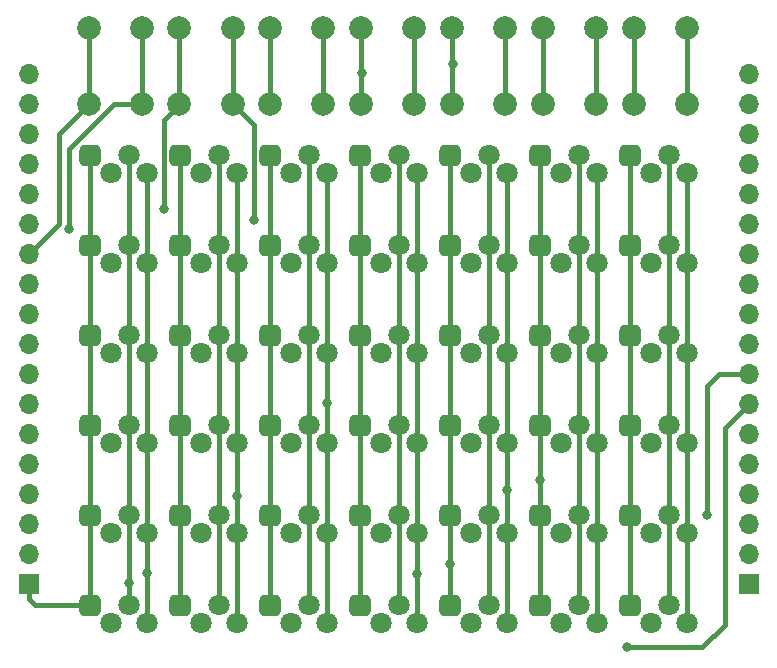
<source format=gbr>
G04 #@! TF.GenerationSoftware,KiCad,Pcbnew,(5.1.5)-3*
G04 #@! TF.CreationDate,2020-03-12T17:28:53-04:00*
G04 #@! TF.ProjectId,PCB,5043422e-6b69-4636-9164-5f7063625858,rev?*
G04 #@! TF.SameCoordinates,Original*
G04 #@! TF.FileFunction,Copper,L2,Bot*
G04 #@! TF.FilePolarity,Positive*
%FSLAX46Y46*%
G04 Gerber Fmt 4.6, Leading zero omitted, Abs format (unit mm)*
G04 Created by KiCad (PCBNEW (5.1.5)-3) date 2020-03-12 17:28:53*
%MOMM*%
%LPD*%
G04 APERTURE LIST*
%ADD10C,2.000000*%
%ADD11O,1.700000X1.700000*%
%ADD12R,1.700000X1.700000*%
%ADD13C,0.100000*%
%ADD14C,1.800000*%
%ADD15C,0.800000*%
%ADD16C,0.381000*%
G04 APERTURE END LIST*
D10*
X236673000Y-53190000D03*
X241173000Y-53190000D03*
X236673000Y-59690000D03*
X241173000Y-59690000D03*
X228977500Y-53190000D03*
X233477500Y-53190000D03*
X228977500Y-59690000D03*
X233477500Y-59690000D03*
X221282000Y-53190000D03*
X225782000Y-53190000D03*
X221282000Y-59690000D03*
X225782000Y-59690000D03*
X213586500Y-53190000D03*
X218086500Y-53190000D03*
X213586500Y-59690000D03*
X218086500Y-59690000D03*
X205891000Y-53190000D03*
X210391000Y-53190000D03*
X205891000Y-59690000D03*
X210391000Y-59690000D03*
X198195500Y-53190000D03*
X202695500Y-53190000D03*
X198195500Y-59690000D03*
X202695500Y-59690000D03*
X190500000Y-53190000D03*
X195000000Y-53190000D03*
X190500000Y-59690000D03*
X195000000Y-59690000D03*
D11*
X246380000Y-57150000D03*
X246380000Y-59690000D03*
X246380000Y-62230000D03*
X246380000Y-64770000D03*
X246380000Y-67310000D03*
X246380000Y-69850000D03*
X246380000Y-72390000D03*
X246380000Y-74930000D03*
X246380000Y-77470000D03*
X246380000Y-80010000D03*
X246380000Y-82550000D03*
X246380000Y-85090000D03*
X246380000Y-87630000D03*
X246380000Y-90170000D03*
X246380000Y-92710000D03*
X246380000Y-95250000D03*
X246380000Y-97790000D03*
D12*
X246380000Y-100330000D03*
X185420000Y-100330000D03*
D11*
X185420000Y-97790000D03*
X185420000Y-95250000D03*
X185420000Y-92710000D03*
X185420000Y-90170000D03*
X185420000Y-87630000D03*
X185420000Y-85090000D03*
X185420000Y-82550000D03*
X185420000Y-80010000D03*
X185420000Y-77470000D03*
X185420000Y-74930000D03*
X185420000Y-72390000D03*
X185420000Y-69850000D03*
X185420000Y-67310000D03*
X185420000Y-64770000D03*
X185420000Y-62230000D03*
X185420000Y-59690000D03*
X185420000Y-57150000D03*
G04 #@! TA.AperFunction,ComponentPad*
D13*
G36*
X206361108Y-101210167D02*
G01*
X206404791Y-101216647D01*
X206447628Y-101227377D01*
X206489208Y-101242254D01*
X206529129Y-101261135D01*
X206567007Y-101283839D01*
X206602477Y-101310145D01*
X206635198Y-101339802D01*
X206664855Y-101372523D01*
X206691161Y-101407993D01*
X206713865Y-101445871D01*
X206732746Y-101485792D01*
X206747623Y-101527372D01*
X206758353Y-101570209D01*
X206764833Y-101613892D01*
X206767000Y-101658000D01*
X206767000Y-102558000D01*
X206764833Y-102602108D01*
X206758353Y-102645791D01*
X206747623Y-102688628D01*
X206732746Y-102730208D01*
X206713865Y-102770129D01*
X206691161Y-102808007D01*
X206664855Y-102843477D01*
X206635198Y-102876198D01*
X206602477Y-102905855D01*
X206567007Y-102932161D01*
X206529129Y-102954865D01*
X206489208Y-102973746D01*
X206447628Y-102988623D01*
X206404791Y-102999353D01*
X206361108Y-103005833D01*
X206317000Y-103008000D01*
X205417000Y-103008000D01*
X205372892Y-103005833D01*
X205329209Y-102999353D01*
X205286372Y-102988623D01*
X205244792Y-102973746D01*
X205204871Y-102954865D01*
X205166993Y-102932161D01*
X205131523Y-102905855D01*
X205098802Y-102876198D01*
X205069145Y-102843477D01*
X205042839Y-102808007D01*
X205020135Y-102770129D01*
X205001254Y-102730208D01*
X204986377Y-102688628D01*
X204975647Y-102645791D01*
X204969167Y-102602108D01*
X204967000Y-102558000D01*
X204967000Y-101658000D01*
X204969167Y-101613892D01*
X204975647Y-101570209D01*
X204986377Y-101527372D01*
X205001254Y-101485792D01*
X205020135Y-101445871D01*
X205042839Y-101407993D01*
X205069145Y-101372523D01*
X205098802Y-101339802D01*
X205131523Y-101310145D01*
X205166993Y-101283839D01*
X205204871Y-101261135D01*
X205244792Y-101242254D01*
X205286372Y-101227377D01*
X205329209Y-101216647D01*
X205372892Y-101210167D01*
X205417000Y-101208000D01*
X206317000Y-101208000D01*
X206361108Y-101210167D01*
G37*
G04 #@! TD.AperFunction*
D14*
X207645000Y-103632000D03*
X209169000Y-102108000D03*
X210693000Y-103632000D03*
G04 #@! TA.AperFunction,ComponentPad*
D13*
G36*
X236841108Y-101210167D02*
G01*
X236884791Y-101216647D01*
X236927628Y-101227377D01*
X236969208Y-101242254D01*
X237009129Y-101261135D01*
X237047007Y-101283839D01*
X237082477Y-101310145D01*
X237115198Y-101339802D01*
X237144855Y-101372523D01*
X237171161Y-101407993D01*
X237193865Y-101445871D01*
X237212746Y-101485792D01*
X237227623Y-101527372D01*
X237238353Y-101570209D01*
X237244833Y-101613892D01*
X237247000Y-101658000D01*
X237247000Y-102558000D01*
X237244833Y-102602108D01*
X237238353Y-102645791D01*
X237227623Y-102688628D01*
X237212746Y-102730208D01*
X237193865Y-102770129D01*
X237171161Y-102808007D01*
X237144855Y-102843477D01*
X237115198Y-102876198D01*
X237082477Y-102905855D01*
X237047007Y-102932161D01*
X237009129Y-102954865D01*
X236969208Y-102973746D01*
X236927628Y-102988623D01*
X236884791Y-102999353D01*
X236841108Y-103005833D01*
X236797000Y-103008000D01*
X235897000Y-103008000D01*
X235852892Y-103005833D01*
X235809209Y-102999353D01*
X235766372Y-102988623D01*
X235724792Y-102973746D01*
X235684871Y-102954865D01*
X235646993Y-102932161D01*
X235611523Y-102905855D01*
X235578802Y-102876198D01*
X235549145Y-102843477D01*
X235522839Y-102808007D01*
X235500135Y-102770129D01*
X235481254Y-102730208D01*
X235466377Y-102688628D01*
X235455647Y-102645791D01*
X235449167Y-102602108D01*
X235447000Y-102558000D01*
X235447000Y-101658000D01*
X235449167Y-101613892D01*
X235455647Y-101570209D01*
X235466377Y-101527372D01*
X235481254Y-101485792D01*
X235500135Y-101445871D01*
X235522839Y-101407993D01*
X235549145Y-101372523D01*
X235578802Y-101339802D01*
X235611523Y-101310145D01*
X235646993Y-101283839D01*
X235684871Y-101261135D01*
X235724792Y-101242254D01*
X235766372Y-101227377D01*
X235809209Y-101216647D01*
X235852892Y-101210167D01*
X235897000Y-101208000D01*
X236797000Y-101208000D01*
X236841108Y-101210167D01*
G37*
G04 #@! TD.AperFunction*
D14*
X238125000Y-103632000D03*
X239649000Y-102108000D03*
X241173000Y-103632000D03*
G04 #@! TA.AperFunction,ComponentPad*
D13*
G36*
X229221108Y-101210167D02*
G01*
X229264791Y-101216647D01*
X229307628Y-101227377D01*
X229349208Y-101242254D01*
X229389129Y-101261135D01*
X229427007Y-101283839D01*
X229462477Y-101310145D01*
X229495198Y-101339802D01*
X229524855Y-101372523D01*
X229551161Y-101407993D01*
X229573865Y-101445871D01*
X229592746Y-101485792D01*
X229607623Y-101527372D01*
X229618353Y-101570209D01*
X229624833Y-101613892D01*
X229627000Y-101658000D01*
X229627000Y-102558000D01*
X229624833Y-102602108D01*
X229618353Y-102645791D01*
X229607623Y-102688628D01*
X229592746Y-102730208D01*
X229573865Y-102770129D01*
X229551161Y-102808007D01*
X229524855Y-102843477D01*
X229495198Y-102876198D01*
X229462477Y-102905855D01*
X229427007Y-102932161D01*
X229389129Y-102954865D01*
X229349208Y-102973746D01*
X229307628Y-102988623D01*
X229264791Y-102999353D01*
X229221108Y-103005833D01*
X229177000Y-103008000D01*
X228277000Y-103008000D01*
X228232892Y-103005833D01*
X228189209Y-102999353D01*
X228146372Y-102988623D01*
X228104792Y-102973746D01*
X228064871Y-102954865D01*
X228026993Y-102932161D01*
X227991523Y-102905855D01*
X227958802Y-102876198D01*
X227929145Y-102843477D01*
X227902839Y-102808007D01*
X227880135Y-102770129D01*
X227861254Y-102730208D01*
X227846377Y-102688628D01*
X227835647Y-102645791D01*
X227829167Y-102602108D01*
X227827000Y-102558000D01*
X227827000Y-101658000D01*
X227829167Y-101613892D01*
X227835647Y-101570209D01*
X227846377Y-101527372D01*
X227861254Y-101485792D01*
X227880135Y-101445871D01*
X227902839Y-101407993D01*
X227929145Y-101372523D01*
X227958802Y-101339802D01*
X227991523Y-101310145D01*
X228026993Y-101283839D01*
X228064871Y-101261135D01*
X228104792Y-101242254D01*
X228146372Y-101227377D01*
X228189209Y-101216647D01*
X228232892Y-101210167D01*
X228277000Y-101208000D01*
X229177000Y-101208000D01*
X229221108Y-101210167D01*
G37*
G04 #@! TD.AperFunction*
D14*
X230505000Y-103632000D03*
X232029000Y-102108000D03*
X233553000Y-103632000D03*
G04 #@! TA.AperFunction,ComponentPad*
D13*
G36*
X221601108Y-101210167D02*
G01*
X221644791Y-101216647D01*
X221687628Y-101227377D01*
X221729208Y-101242254D01*
X221769129Y-101261135D01*
X221807007Y-101283839D01*
X221842477Y-101310145D01*
X221875198Y-101339802D01*
X221904855Y-101372523D01*
X221931161Y-101407993D01*
X221953865Y-101445871D01*
X221972746Y-101485792D01*
X221987623Y-101527372D01*
X221998353Y-101570209D01*
X222004833Y-101613892D01*
X222007000Y-101658000D01*
X222007000Y-102558000D01*
X222004833Y-102602108D01*
X221998353Y-102645791D01*
X221987623Y-102688628D01*
X221972746Y-102730208D01*
X221953865Y-102770129D01*
X221931161Y-102808007D01*
X221904855Y-102843477D01*
X221875198Y-102876198D01*
X221842477Y-102905855D01*
X221807007Y-102932161D01*
X221769129Y-102954865D01*
X221729208Y-102973746D01*
X221687628Y-102988623D01*
X221644791Y-102999353D01*
X221601108Y-103005833D01*
X221557000Y-103008000D01*
X220657000Y-103008000D01*
X220612892Y-103005833D01*
X220569209Y-102999353D01*
X220526372Y-102988623D01*
X220484792Y-102973746D01*
X220444871Y-102954865D01*
X220406993Y-102932161D01*
X220371523Y-102905855D01*
X220338802Y-102876198D01*
X220309145Y-102843477D01*
X220282839Y-102808007D01*
X220260135Y-102770129D01*
X220241254Y-102730208D01*
X220226377Y-102688628D01*
X220215647Y-102645791D01*
X220209167Y-102602108D01*
X220207000Y-102558000D01*
X220207000Y-101658000D01*
X220209167Y-101613892D01*
X220215647Y-101570209D01*
X220226377Y-101527372D01*
X220241254Y-101485792D01*
X220260135Y-101445871D01*
X220282839Y-101407993D01*
X220309145Y-101372523D01*
X220338802Y-101339802D01*
X220371523Y-101310145D01*
X220406993Y-101283839D01*
X220444871Y-101261135D01*
X220484792Y-101242254D01*
X220526372Y-101227377D01*
X220569209Y-101216647D01*
X220612892Y-101210167D01*
X220657000Y-101208000D01*
X221557000Y-101208000D01*
X221601108Y-101210167D01*
G37*
G04 #@! TD.AperFunction*
D14*
X222885000Y-103632000D03*
X224409000Y-102108000D03*
X225933000Y-103632000D03*
G04 #@! TA.AperFunction,ComponentPad*
D13*
G36*
X213981108Y-101210167D02*
G01*
X214024791Y-101216647D01*
X214067628Y-101227377D01*
X214109208Y-101242254D01*
X214149129Y-101261135D01*
X214187007Y-101283839D01*
X214222477Y-101310145D01*
X214255198Y-101339802D01*
X214284855Y-101372523D01*
X214311161Y-101407993D01*
X214333865Y-101445871D01*
X214352746Y-101485792D01*
X214367623Y-101527372D01*
X214378353Y-101570209D01*
X214384833Y-101613892D01*
X214387000Y-101658000D01*
X214387000Y-102558000D01*
X214384833Y-102602108D01*
X214378353Y-102645791D01*
X214367623Y-102688628D01*
X214352746Y-102730208D01*
X214333865Y-102770129D01*
X214311161Y-102808007D01*
X214284855Y-102843477D01*
X214255198Y-102876198D01*
X214222477Y-102905855D01*
X214187007Y-102932161D01*
X214149129Y-102954865D01*
X214109208Y-102973746D01*
X214067628Y-102988623D01*
X214024791Y-102999353D01*
X213981108Y-103005833D01*
X213937000Y-103008000D01*
X213037000Y-103008000D01*
X212992892Y-103005833D01*
X212949209Y-102999353D01*
X212906372Y-102988623D01*
X212864792Y-102973746D01*
X212824871Y-102954865D01*
X212786993Y-102932161D01*
X212751523Y-102905855D01*
X212718802Y-102876198D01*
X212689145Y-102843477D01*
X212662839Y-102808007D01*
X212640135Y-102770129D01*
X212621254Y-102730208D01*
X212606377Y-102688628D01*
X212595647Y-102645791D01*
X212589167Y-102602108D01*
X212587000Y-102558000D01*
X212587000Y-101658000D01*
X212589167Y-101613892D01*
X212595647Y-101570209D01*
X212606377Y-101527372D01*
X212621254Y-101485792D01*
X212640135Y-101445871D01*
X212662839Y-101407993D01*
X212689145Y-101372523D01*
X212718802Y-101339802D01*
X212751523Y-101310145D01*
X212786993Y-101283839D01*
X212824871Y-101261135D01*
X212864792Y-101242254D01*
X212906372Y-101227377D01*
X212949209Y-101216647D01*
X212992892Y-101210167D01*
X213037000Y-101208000D01*
X213937000Y-101208000D01*
X213981108Y-101210167D01*
G37*
G04 #@! TD.AperFunction*
D14*
X215265000Y-103632000D03*
X216789000Y-102108000D03*
X218313000Y-103632000D03*
G04 #@! TA.AperFunction,ComponentPad*
D13*
G36*
X198741108Y-101210167D02*
G01*
X198784791Y-101216647D01*
X198827628Y-101227377D01*
X198869208Y-101242254D01*
X198909129Y-101261135D01*
X198947007Y-101283839D01*
X198982477Y-101310145D01*
X199015198Y-101339802D01*
X199044855Y-101372523D01*
X199071161Y-101407993D01*
X199093865Y-101445871D01*
X199112746Y-101485792D01*
X199127623Y-101527372D01*
X199138353Y-101570209D01*
X199144833Y-101613892D01*
X199147000Y-101658000D01*
X199147000Y-102558000D01*
X199144833Y-102602108D01*
X199138353Y-102645791D01*
X199127623Y-102688628D01*
X199112746Y-102730208D01*
X199093865Y-102770129D01*
X199071161Y-102808007D01*
X199044855Y-102843477D01*
X199015198Y-102876198D01*
X198982477Y-102905855D01*
X198947007Y-102932161D01*
X198909129Y-102954865D01*
X198869208Y-102973746D01*
X198827628Y-102988623D01*
X198784791Y-102999353D01*
X198741108Y-103005833D01*
X198697000Y-103008000D01*
X197797000Y-103008000D01*
X197752892Y-103005833D01*
X197709209Y-102999353D01*
X197666372Y-102988623D01*
X197624792Y-102973746D01*
X197584871Y-102954865D01*
X197546993Y-102932161D01*
X197511523Y-102905855D01*
X197478802Y-102876198D01*
X197449145Y-102843477D01*
X197422839Y-102808007D01*
X197400135Y-102770129D01*
X197381254Y-102730208D01*
X197366377Y-102688628D01*
X197355647Y-102645791D01*
X197349167Y-102602108D01*
X197347000Y-102558000D01*
X197347000Y-101658000D01*
X197349167Y-101613892D01*
X197355647Y-101570209D01*
X197366377Y-101527372D01*
X197381254Y-101485792D01*
X197400135Y-101445871D01*
X197422839Y-101407993D01*
X197449145Y-101372523D01*
X197478802Y-101339802D01*
X197511523Y-101310145D01*
X197546993Y-101283839D01*
X197584871Y-101261135D01*
X197624792Y-101242254D01*
X197666372Y-101227377D01*
X197709209Y-101216647D01*
X197752892Y-101210167D01*
X197797000Y-101208000D01*
X198697000Y-101208000D01*
X198741108Y-101210167D01*
G37*
G04 #@! TD.AperFunction*
D14*
X200025000Y-103632000D03*
X201549000Y-102108000D03*
X203073000Y-103632000D03*
G04 #@! TA.AperFunction,ComponentPad*
D13*
G36*
X191121108Y-101210167D02*
G01*
X191164791Y-101216647D01*
X191207628Y-101227377D01*
X191249208Y-101242254D01*
X191289129Y-101261135D01*
X191327007Y-101283839D01*
X191362477Y-101310145D01*
X191395198Y-101339802D01*
X191424855Y-101372523D01*
X191451161Y-101407993D01*
X191473865Y-101445871D01*
X191492746Y-101485792D01*
X191507623Y-101527372D01*
X191518353Y-101570209D01*
X191524833Y-101613892D01*
X191527000Y-101658000D01*
X191527000Y-102558000D01*
X191524833Y-102602108D01*
X191518353Y-102645791D01*
X191507623Y-102688628D01*
X191492746Y-102730208D01*
X191473865Y-102770129D01*
X191451161Y-102808007D01*
X191424855Y-102843477D01*
X191395198Y-102876198D01*
X191362477Y-102905855D01*
X191327007Y-102932161D01*
X191289129Y-102954865D01*
X191249208Y-102973746D01*
X191207628Y-102988623D01*
X191164791Y-102999353D01*
X191121108Y-103005833D01*
X191077000Y-103008000D01*
X190177000Y-103008000D01*
X190132892Y-103005833D01*
X190089209Y-102999353D01*
X190046372Y-102988623D01*
X190004792Y-102973746D01*
X189964871Y-102954865D01*
X189926993Y-102932161D01*
X189891523Y-102905855D01*
X189858802Y-102876198D01*
X189829145Y-102843477D01*
X189802839Y-102808007D01*
X189780135Y-102770129D01*
X189761254Y-102730208D01*
X189746377Y-102688628D01*
X189735647Y-102645791D01*
X189729167Y-102602108D01*
X189727000Y-102558000D01*
X189727000Y-101658000D01*
X189729167Y-101613892D01*
X189735647Y-101570209D01*
X189746377Y-101527372D01*
X189761254Y-101485792D01*
X189780135Y-101445871D01*
X189802839Y-101407993D01*
X189829145Y-101372523D01*
X189858802Y-101339802D01*
X189891523Y-101310145D01*
X189926993Y-101283839D01*
X189964871Y-101261135D01*
X190004792Y-101242254D01*
X190046372Y-101227377D01*
X190089209Y-101216647D01*
X190132892Y-101210167D01*
X190177000Y-101208000D01*
X191077000Y-101208000D01*
X191121108Y-101210167D01*
G37*
G04 #@! TD.AperFunction*
D14*
X192405000Y-103632000D03*
X193929000Y-102108000D03*
X195453000Y-103632000D03*
G04 #@! TA.AperFunction,ComponentPad*
D13*
G36*
X236841108Y-93590167D02*
G01*
X236884791Y-93596647D01*
X236927628Y-93607377D01*
X236969208Y-93622254D01*
X237009129Y-93641135D01*
X237047007Y-93663839D01*
X237082477Y-93690145D01*
X237115198Y-93719802D01*
X237144855Y-93752523D01*
X237171161Y-93787993D01*
X237193865Y-93825871D01*
X237212746Y-93865792D01*
X237227623Y-93907372D01*
X237238353Y-93950209D01*
X237244833Y-93993892D01*
X237247000Y-94038000D01*
X237247000Y-94938000D01*
X237244833Y-94982108D01*
X237238353Y-95025791D01*
X237227623Y-95068628D01*
X237212746Y-95110208D01*
X237193865Y-95150129D01*
X237171161Y-95188007D01*
X237144855Y-95223477D01*
X237115198Y-95256198D01*
X237082477Y-95285855D01*
X237047007Y-95312161D01*
X237009129Y-95334865D01*
X236969208Y-95353746D01*
X236927628Y-95368623D01*
X236884791Y-95379353D01*
X236841108Y-95385833D01*
X236797000Y-95388000D01*
X235897000Y-95388000D01*
X235852892Y-95385833D01*
X235809209Y-95379353D01*
X235766372Y-95368623D01*
X235724792Y-95353746D01*
X235684871Y-95334865D01*
X235646993Y-95312161D01*
X235611523Y-95285855D01*
X235578802Y-95256198D01*
X235549145Y-95223477D01*
X235522839Y-95188007D01*
X235500135Y-95150129D01*
X235481254Y-95110208D01*
X235466377Y-95068628D01*
X235455647Y-95025791D01*
X235449167Y-94982108D01*
X235447000Y-94938000D01*
X235447000Y-94038000D01*
X235449167Y-93993892D01*
X235455647Y-93950209D01*
X235466377Y-93907372D01*
X235481254Y-93865792D01*
X235500135Y-93825871D01*
X235522839Y-93787993D01*
X235549145Y-93752523D01*
X235578802Y-93719802D01*
X235611523Y-93690145D01*
X235646993Y-93663839D01*
X235684871Y-93641135D01*
X235724792Y-93622254D01*
X235766372Y-93607377D01*
X235809209Y-93596647D01*
X235852892Y-93590167D01*
X235897000Y-93588000D01*
X236797000Y-93588000D01*
X236841108Y-93590167D01*
G37*
G04 #@! TD.AperFunction*
D14*
X238125000Y-96012000D03*
X239649000Y-94488000D03*
X241173000Y-96012000D03*
G04 #@! TA.AperFunction,ComponentPad*
D13*
G36*
X229221108Y-93590167D02*
G01*
X229264791Y-93596647D01*
X229307628Y-93607377D01*
X229349208Y-93622254D01*
X229389129Y-93641135D01*
X229427007Y-93663839D01*
X229462477Y-93690145D01*
X229495198Y-93719802D01*
X229524855Y-93752523D01*
X229551161Y-93787993D01*
X229573865Y-93825871D01*
X229592746Y-93865792D01*
X229607623Y-93907372D01*
X229618353Y-93950209D01*
X229624833Y-93993892D01*
X229627000Y-94038000D01*
X229627000Y-94938000D01*
X229624833Y-94982108D01*
X229618353Y-95025791D01*
X229607623Y-95068628D01*
X229592746Y-95110208D01*
X229573865Y-95150129D01*
X229551161Y-95188007D01*
X229524855Y-95223477D01*
X229495198Y-95256198D01*
X229462477Y-95285855D01*
X229427007Y-95312161D01*
X229389129Y-95334865D01*
X229349208Y-95353746D01*
X229307628Y-95368623D01*
X229264791Y-95379353D01*
X229221108Y-95385833D01*
X229177000Y-95388000D01*
X228277000Y-95388000D01*
X228232892Y-95385833D01*
X228189209Y-95379353D01*
X228146372Y-95368623D01*
X228104792Y-95353746D01*
X228064871Y-95334865D01*
X228026993Y-95312161D01*
X227991523Y-95285855D01*
X227958802Y-95256198D01*
X227929145Y-95223477D01*
X227902839Y-95188007D01*
X227880135Y-95150129D01*
X227861254Y-95110208D01*
X227846377Y-95068628D01*
X227835647Y-95025791D01*
X227829167Y-94982108D01*
X227827000Y-94938000D01*
X227827000Y-94038000D01*
X227829167Y-93993892D01*
X227835647Y-93950209D01*
X227846377Y-93907372D01*
X227861254Y-93865792D01*
X227880135Y-93825871D01*
X227902839Y-93787993D01*
X227929145Y-93752523D01*
X227958802Y-93719802D01*
X227991523Y-93690145D01*
X228026993Y-93663839D01*
X228064871Y-93641135D01*
X228104792Y-93622254D01*
X228146372Y-93607377D01*
X228189209Y-93596647D01*
X228232892Y-93590167D01*
X228277000Y-93588000D01*
X229177000Y-93588000D01*
X229221108Y-93590167D01*
G37*
G04 #@! TD.AperFunction*
D14*
X230505000Y-96012000D03*
X232029000Y-94488000D03*
X233553000Y-96012000D03*
G04 #@! TA.AperFunction,ComponentPad*
D13*
G36*
X221601108Y-93590167D02*
G01*
X221644791Y-93596647D01*
X221687628Y-93607377D01*
X221729208Y-93622254D01*
X221769129Y-93641135D01*
X221807007Y-93663839D01*
X221842477Y-93690145D01*
X221875198Y-93719802D01*
X221904855Y-93752523D01*
X221931161Y-93787993D01*
X221953865Y-93825871D01*
X221972746Y-93865792D01*
X221987623Y-93907372D01*
X221998353Y-93950209D01*
X222004833Y-93993892D01*
X222007000Y-94038000D01*
X222007000Y-94938000D01*
X222004833Y-94982108D01*
X221998353Y-95025791D01*
X221987623Y-95068628D01*
X221972746Y-95110208D01*
X221953865Y-95150129D01*
X221931161Y-95188007D01*
X221904855Y-95223477D01*
X221875198Y-95256198D01*
X221842477Y-95285855D01*
X221807007Y-95312161D01*
X221769129Y-95334865D01*
X221729208Y-95353746D01*
X221687628Y-95368623D01*
X221644791Y-95379353D01*
X221601108Y-95385833D01*
X221557000Y-95388000D01*
X220657000Y-95388000D01*
X220612892Y-95385833D01*
X220569209Y-95379353D01*
X220526372Y-95368623D01*
X220484792Y-95353746D01*
X220444871Y-95334865D01*
X220406993Y-95312161D01*
X220371523Y-95285855D01*
X220338802Y-95256198D01*
X220309145Y-95223477D01*
X220282839Y-95188007D01*
X220260135Y-95150129D01*
X220241254Y-95110208D01*
X220226377Y-95068628D01*
X220215647Y-95025791D01*
X220209167Y-94982108D01*
X220207000Y-94938000D01*
X220207000Y-94038000D01*
X220209167Y-93993892D01*
X220215647Y-93950209D01*
X220226377Y-93907372D01*
X220241254Y-93865792D01*
X220260135Y-93825871D01*
X220282839Y-93787993D01*
X220309145Y-93752523D01*
X220338802Y-93719802D01*
X220371523Y-93690145D01*
X220406993Y-93663839D01*
X220444871Y-93641135D01*
X220484792Y-93622254D01*
X220526372Y-93607377D01*
X220569209Y-93596647D01*
X220612892Y-93590167D01*
X220657000Y-93588000D01*
X221557000Y-93588000D01*
X221601108Y-93590167D01*
G37*
G04 #@! TD.AperFunction*
D14*
X222885000Y-96012000D03*
X224409000Y-94488000D03*
X225933000Y-96012000D03*
G04 #@! TA.AperFunction,ComponentPad*
D13*
G36*
X213981108Y-93590167D02*
G01*
X214024791Y-93596647D01*
X214067628Y-93607377D01*
X214109208Y-93622254D01*
X214149129Y-93641135D01*
X214187007Y-93663839D01*
X214222477Y-93690145D01*
X214255198Y-93719802D01*
X214284855Y-93752523D01*
X214311161Y-93787993D01*
X214333865Y-93825871D01*
X214352746Y-93865792D01*
X214367623Y-93907372D01*
X214378353Y-93950209D01*
X214384833Y-93993892D01*
X214387000Y-94038000D01*
X214387000Y-94938000D01*
X214384833Y-94982108D01*
X214378353Y-95025791D01*
X214367623Y-95068628D01*
X214352746Y-95110208D01*
X214333865Y-95150129D01*
X214311161Y-95188007D01*
X214284855Y-95223477D01*
X214255198Y-95256198D01*
X214222477Y-95285855D01*
X214187007Y-95312161D01*
X214149129Y-95334865D01*
X214109208Y-95353746D01*
X214067628Y-95368623D01*
X214024791Y-95379353D01*
X213981108Y-95385833D01*
X213937000Y-95388000D01*
X213037000Y-95388000D01*
X212992892Y-95385833D01*
X212949209Y-95379353D01*
X212906372Y-95368623D01*
X212864792Y-95353746D01*
X212824871Y-95334865D01*
X212786993Y-95312161D01*
X212751523Y-95285855D01*
X212718802Y-95256198D01*
X212689145Y-95223477D01*
X212662839Y-95188007D01*
X212640135Y-95150129D01*
X212621254Y-95110208D01*
X212606377Y-95068628D01*
X212595647Y-95025791D01*
X212589167Y-94982108D01*
X212587000Y-94938000D01*
X212587000Y-94038000D01*
X212589167Y-93993892D01*
X212595647Y-93950209D01*
X212606377Y-93907372D01*
X212621254Y-93865792D01*
X212640135Y-93825871D01*
X212662839Y-93787993D01*
X212689145Y-93752523D01*
X212718802Y-93719802D01*
X212751523Y-93690145D01*
X212786993Y-93663839D01*
X212824871Y-93641135D01*
X212864792Y-93622254D01*
X212906372Y-93607377D01*
X212949209Y-93596647D01*
X212992892Y-93590167D01*
X213037000Y-93588000D01*
X213937000Y-93588000D01*
X213981108Y-93590167D01*
G37*
G04 #@! TD.AperFunction*
D14*
X215265000Y-96012000D03*
X216789000Y-94488000D03*
X218313000Y-96012000D03*
G04 #@! TA.AperFunction,ComponentPad*
D13*
G36*
X206361108Y-93590167D02*
G01*
X206404791Y-93596647D01*
X206447628Y-93607377D01*
X206489208Y-93622254D01*
X206529129Y-93641135D01*
X206567007Y-93663839D01*
X206602477Y-93690145D01*
X206635198Y-93719802D01*
X206664855Y-93752523D01*
X206691161Y-93787993D01*
X206713865Y-93825871D01*
X206732746Y-93865792D01*
X206747623Y-93907372D01*
X206758353Y-93950209D01*
X206764833Y-93993892D01*
X206767000Y-94038000D01*
X206767000Y-94938000D01*
X206764833Y-94982108D01*
X206758353Y-95025791D01*
X206747623Y-95068628D01*
X206732746Y-95110208D01*
X206713865Y-95150129D01*
X206691161Y-95188007D01*
X206664855Y-95223477D01*
X206635198Y-95256198D01*
X206602477Y-95285855D01*
X206567007Y-95312161D01*
X206529129Y-95334865D01*
X206489208Y-95353746D01*
X206447628Y-95368623D01*
X206404791Y-95379353D01*
X206361108Y-95385833D01*
X206317000Y-95388000D01*
X205417000Y-95388000D01*
X205372892Y-95385833D01*
X205329209Y-95379353D01*
X205286372Y-95368623D01*
X205244792Y-95353746D01*
X205204871Y-95334865D01*
X205166993Y-95312161D01*
X205131523Y-95285855D01*
X205098802Y-95256198D01*
X205069145Y-95223477D01*
X205042839Y-95188007D01*
X205020135Y-95150129D01*
X205001254Y-95110208D01*
X204986377Y-95068628D01*
X204975647Y-95025791D01*
X204969167Y-94982108D01*
X204967000Y-94938000D01*
X204967000Y-94038000D01*
X204969167Y-93993892D01*
X204975647Y-93950209D01*
X204986377Y-93907372D01*
X205001254Y-93865792D01*
X205020135Y-93825871D01*
X205042839Y-93787993D01*
X205069145Y-93752523D01*
X205098802Y-93719802D01*
X205131523Y-93690145D01*
X205166993Y-93663839D01*
X205204871Y-93641135D01*
X205244792Y-93622254D01*
X205286372Y-93607377D01*
X205329209Y-93596647D01*
X205372892Y-93590167D01*
X205417000Y-93588000D01*
X206317000Y-93588000D01*
X206361108Y-93590167D01*
G37*
G04 #@! TD.AperFunction*
D14*
X207645000Y-96012000D03*
X209169000Y-94488000D03*
X210693000Y-96012000D03*
G04 #@! TA.AperFunction,ComponentPad*
D13*
G36*
X198741108Y-93590167D02*
G01*
X198784791Y-93596647D01*
X198827628Y-93607377D01*
X198869208Y-93622254D01*
X198909129Y-93641135D01*
X198947007Y-93663839D01*
X198982477Y-93690145D01*
X199015198Y-93719802D01*
X199044855Y-93752523D01*
X199071161Y-93787993D01*
X199093865Y-93825871D01*
X199112746Y-93865792D01*
X199127623Y-93907372D01*
X199138353Y-93950209D01*
X199144833Y-93993892D01*
X199147000Y-94038000D01*
X199147000Y-94938000D01*
X199144833Y-94982108D01*
X199138353Y-95025791D01*
X199127623Y-95068628D01*
X199112746Y-95110208D01*
X199093865Y-95150129D01*
X199071161Y-95188007D01*
X199044855Y-95223477D01*
X199015198Y-95256198D01*
X198982477Y-95285855D01*
X198947007Y-95312161D01*
X198909129Y-95334865D01*
X198869208Y-95353746D01*
X198827628Y-95368623D01*
X198784791Y-95379353D01*
X198741108Y-95385833D01*
X198697000Y-95388000D01*
X197797000Y-95388000D01*
X197752892Y-95385833D01*
X197709209Y-95379353D01*
X197666372Y-95368623D01*
X197624792Y-95353746D01*
X197584871Y-95334865D01*
X197546993Y-95312161D01*
X197511523Y-95285855D01*
X197478802Y-95256198D01*
X197449145Y-95223477D01*
X197422839Y-95188007D01*
X197400135Y-95150129D01*
X197381254Y-95110208D01*
X197366377Y-95068628D01*
X197355647Y-95025791D01*
X197349167Y-94982108D01*
X197347000Y-94938000D01*
X197347000Y-94038000D01*
X197349167Y-93993892D01*
X197355647Y-93950209D01*
X197366377Y-93907372D01*
X197381254Y-93865792D01*
X197400135Y-93825871D01*
X197422839Y-93787993D01*
X197449145Y-93752523D01*
X197478802Y-93719802D01*
X197511523Y-93690145D01*
X197546993Y-93663839D01*
X197584871Y-93641135D01*
X197624792Y-93622254D01*
X197666372Y-93607377D01*
X197709209Y-93596647D01*
X197752892Y-93590167D01*
X197797000Y-93588000D01*
X198697000Y-93588000D01*
X198741108Y-93590167D01*
G37*
G04 #@! TD.AperFunction*
D14*
X200025000Y-96012000D03*
X201549000Y-94488000D03*
X203073000Y-96012000D03*
G04 #@! TA.AperFunction,ComponentPad*
D13*
G36*
X191121108Y-93590167D02*
G01*
X191164791Y-93596647D01*
X191207628Y-93607377D01*
X191249208Y-93622254D01*
X191289129Y-93641135D01*
X191327007Y-93663839D01*
X191362477Y-93690145D01*
X191395198Y-93719802D01*
X191424855Y-93752523D01*
X191451161Y-93787993D01*
X191473865Y-93825871D01*
X191492746Y-93865792D01*
X191507623Y-93907372D01*
X191518353Y-93950209D01*
X191524833Y-93993892D01*
X191527000Y-94038000D01*
X191527000Y-94938000D01*
X191524833Y-94982108D01*
X191518353Y-95025791D01*
X191507623Y-95068628D01*
X191492746Y-95110208D01*
X191473865Y-95150129D01*
X191451161Y-95188007D01*
X191424855Y-95223477D01*
X191395198Y-95256198D01*
X191362477Y-95285855D01*
X191327007Y-95312161D01*
X191289129Y-95334865D01*
X191249208Y-95353746D01*
X191207628Y-95368623D01*
X191164791Y-95379353D01*
X191121108Y-95385833D01*
X191077000Y-95388000D01*
X190177000Y-95388000D01*
X190132892Y-95385833D01*
X190089209Y-95379353D01*
X190046372Y-95368623D01*
X190004792Y-95353746D01*
X189964871Y-95334865D01*
X189926993Y-95312161D01*
X189891523Y-95285855D01*
X189858802Y-95256198D01*
X189829145Y-95223477D01*
X189802839Y-95188007D01*
X189780135Y-95150129D01*
X189761254Y-95110208D01*
X189746377Y-95068628D01*
X189735647Y-95025791D01*
X189729167Y-94982108D01*
X189727000Y-94938000D01*
X189727000Y-94038000D01*
X189729167Y-93993892D01*
X189735647Y-93950209D01*
X189746377Y-93907372D01*
X189761254Y-93865792D01*
X189780135Y-93825871D01*
X189802839Y-93787993D01*
X189829145Y-93752523D01*
X189858802Y-93719802D01*
X189891523Y-93690145D01*
X189926993Y-93663839D01*
X189964871Y-93641135D01*
X190004792Y-93622254D01*
X190046372Y-93607377D01*
X190089209Y-93596647D01*
X190132892Y-93590167D01*
X190177000Y-93588000D01*
X191077000Y-93588000D01*
X191121108Y-93590167D01*
G37*
G04 #@! TD.AperFunction*
D14*
X192405000Y-96012000D03*
X193929000Y-94488000D03*
X195453000Y-96012000D03*
G04 #@! TA.AperFunction,ComponentPad*
D13*
G36*
X236841108Y-85970167D02*
G01*
X236884791Y-85976647D01*
X236927628Y-85987377D01*
X236969208Y-86002254D01*
X237009129Y-86021135D01*
X237047007Y-86043839D01*
X237082477Y-86070145D01*
X237115198Y-86099802D01*
X237144855Y-86132523D01*
X237171161Y-86167993D01*
X237193865Y-86205871D01*
X237212746Y-86245792D01*
X237227623Y-86287372D01*
X237238353Y-86330209D01*
X237244833Y-86373892D01*
X237247000Y-86418000D01*
X237247000Y-87318000D01*
X237244833Y-87362108D01*
X237238353Y-87405791D01*
X237227623Y-87448628D01*
X237212746Y-87490208D01*
X237193865Y-87530129D01*
X237171161Y-87568007D01*
X237144855Y-87603477D01*
X237115198Y-87636198D01*
X237082477Y-87665855D01*
X237047007Y-87692161D01*
X237009129Y-87714865D01*
X236969208Y-87733746D01*
X236927628Y-87748623D01*
X236884791Y-87759353D01*
X236841108Y-87765833D01*
X236797000Y-87768000D01*
X235897000Y-87768000D01*
X235852892Y-87765833D01*
X235809209Y-87759353D01*
X235766372Y-87748623D01*
X235724792Y-87733746D01*
X235684871Y-87714865D01*
X235646993Y-87692161D01*
X235611523Y-87665855D01*
X235578802Y-87636198D01*
X235549145Y-87603477D01*
X235522839Y-87568007D01*
X235500135Y-87530129D01*
X235481254Y-87490208D01*
X235466377Y-87448628D01*
X235455647Y-87405791D01*
X235449167Y-87362108D01*
X235447000Y-87318000D01*
X235447000Y-86418000D01*
X235449167Y-86373892D01*
X235455647Y-86330209D01*
X235466377Y-86287372D01*
X235481254Y-86245792D01*
X235500135Y-86205871D01*
X235522839Y-86167993D01*
X235549145Y-86132523D01*
X235578802Y-86099802D01*
X235611523Y-86070145D01*
X235646993Y-86043839D01*
X235684871Y-86021135D01*
X235724792Y-86002254D01*
X235766372Y-85987377D01*
X235809209Y-85976647D01*
X235852892Y-85970167D01*
X235897000Y-85968000D01*
X236797000Y-85968000D01*
X236841108Y-85970167D01*
G37*
G04 #@! TD.AperFunction*
D14*
X238125000Y-88392000D03*
X239649000Y-86868000D03*
X241173000Y-88392000D03*
G04 #@! TA.AperFunction,ComponentPad*
D13*
G36*
X229221108Y-85970167D02*
G01*
X229264791Y-85976647D01*
X229307628Y-85987377D01*
X229349208Y-86002254D01*
X229389129Y-86021135D01*
X229427007Y-86043839D01*
X229462477Y-86070145D01*
X229495198Y-86099802D01*
X229524855Y-86132523D01*
X229551161Y-86167993D01*
X229573865Y-86205871D01*
X229592746Y-86245792D01*
X229607623Y-86287372D01*
X229618353Y-86330209D01*
X229624833Y-86373892D01*
X229627000Y-86418000D01*
X229627000Y-87318000D01*
X229624833Y-87362108D01*
X229618353Y-87405791D01*
X229607623Y-87448628D01*
X229592746Y-87490208D01*
X229573865Y-87530129D01*
X229551161Y-87568007D01*
X229524855Y-87603477D01*
X229495198Y-87636198D01*
X229462477Y-87665855D01*
X229427007Y-87692161D01*
X229389129Y-87714865D01*
X229349208Y-87733746D01*
X229307628Y-87748623D01*
X229264791Y-87759353D01*
X229221108Y-87765833D01*
X229177000Y-87768000D01*
X228277000Y-87768000D01*
X228232892Y-87765833D01*
X228189209Y-87759353D01*
X228146372Y-87748623D01*
X228104792Y-87733746D01*
X228064871Y-87714865D01*
X228026993Y-87692161D01*
X227991523Y-87665855D01*
X227958802Y-87636198D01*
X227929145Y-87603477D01*
X227902839Y-87568007D01*
X227880135Y-87530129D01*
X227861254Y-87490208D01*
X227846377Y-87448628D01*
X227835647Y-87405791D01*
X227829167Y-87362108D01*
X227827000Y-87318000D01*
X227827000Y-86418000D01*
X227829167Y-86373892D01*
X227835647Y-86330209D01*
X227846377Y-86287372D01*
X227861254Y-86245792D01*
X227880135Y-86205871D01*
X227902839Y-86167993D01*
X227929145Y-86132523D01*
X227958802Y-86099802D01*
X227991523Y-86070145D01*
X228026993Y-86043839D01*
X228064871Y-86021135D01*
X228104792Y-86002254D01*
X228146372Y-85987377D01*
X228189209Y-85976647D01*
X228232892Y-85970167D01*
X228277000Y-85968000D01*
X229177000Y-85968000D01*
X229221108Y-85970167D01*
G37*
G04 #@! TD.AperFunction*
D14*
X230505000Y-88392000D03*
X232029000Y-86868000D03*
X233553000Y-88392000D03*
G04 #@! TA.AperFunction,ComponentPad*
D13*
G36*
X221601108Y-85970167D02*
G01*
X221644791Y-85976647D01*
X221687628Y-85987377D01*
X221729208Y-86002254D01*
X221769129Y-86021135D01*
X221807007Y-86043839D01*
X221842477Y-86070145D01*
X221875198Y-86099802D01*
X221904855Y-86132523D01*
X221931161Y-86167993D01*
X221953865Y-86205871D01*
X221972746Y-86245792D01*
X221987623Y-86287372D01*
X221998353Y-86330209D01*
X222004833Y-86373892D01*
X222007000Y-86418000D01*
X222007000Y-87318000D01*
X222004833Y-87362108D01*
X221998353Y-87405791D01*
X221987623Y-87448628D01*
X221972746Y-87490208D01*
X221953865Y-87530129D01*
X221931161Y-87568007D01*
X221904855Y-87603477D01*
X221875198Y-87636198D01*
X221842477Y-87665855D01*
X221807007Y-87692161D01*
X221769129Y-87714865D01*
X221729208Y-87733746D01*
X221687628Y-87748623D01*
X221644791Y-87759353D01*
X221601108Y-87765833D01*
X221557000Y-87768000D01*
X220657000Y-87768000D01*
X220612892Y-87765833D01*
X220569209Y-87759353D01*
X220526372Y-87748623D01*
X220484792Y-87733746D01*
X220444871Y-87714865D01*
X220406993Y-87692161D01*
X220371523Y-87665855D01*
X220338802Y-87636198D01*
X220309145Y-87603477D01*
X220282839Y-87568007D01*
X220260135Y-87530129D01*
X220241254Y-87490208D01*
X220226377Y-87448628D01*
X220215647Y-87405791D01*
X220209167Y-87362108D01*
X220207000Y-87318000D01*
X220207000Y-86418000D01*
X220209167Y-86373892D01*
X220215647Y-86330209D01*
X220226377Y-86287372D01*
X220241254Y-86245792D01*
X220260135Y-86205871D01*
X220282839Y-86167993D01*
X220309145Y-86132523D01*
X220338802Y-86099802D01*
X220371523Y-86070145D01*
X220406993Y-86043839D01*
X220444871Y-86021135D01*
X220484792Y-86002254D01*
X220526372Y-85987377D01*
X220569209Y-85976647D01*
X220612892Y-85970167D01*
X220657000Y-85968000D01*
X221557000Y-85968000D01*
X221601108Y-85970167D01*
G37*
G04 #@! TD.AperFunction*
D14*
X222885000Y-88392000D03*
X224409000Y-86868000D03*
X225933000Y-88392000D03*
G04 #@! TA.AperFunction,ComponentPad*
D13*
G36*
X213981108Y-85970167D02*
G01*
X214024791Y-85976647D01*
X214067628Y-85987377D01*
X214109208Y-86002254D01*
X214149129Y-86021135D01*
X214187007Y-86043839D01*
X214222477Y-86070145D01*
X214255198Y-86099802D01*
X214284855Y-86132523D01*
X214311161Y-86167993D01*
X214333865Y-86205871D01*
X214352746Y-86245792D01*
X214367623Y-86287372D01*
X214378353Y-86330209D01*
X214384833Y-86373892D01*
X214387000Y-86418000D01*
X214387000Y-87318000D01*
X214384833Y-87362108D01*
X214378353Y-87405791D01*
X214367623Y-87448628D01*
X214352746Y-87490208D01*
X214333865Y-87530129D01*
X214311161Y-87568007D01*
X214284855Y-87603477D01*
X214255198Y-87636198D01*
X214222477Y-87665855D01*
X214187007Y-87692161D01*
X214149129Y-87714865D01*
X214109208Y-87733746D01*
X214067628Y-87748623D01*
X214024791Y-87759353D01*
X213981108Y-87765833D01*
X213937000Y-87768000D01*
X213037000Y-87768000D01*
X212992892Y-87765833D01*
X212949209Y-87759353D01*
X212906372Y-87748623D01*
X212864792Y-87733746D01*
X212824871Y-87714865D01*
X212786993Y-87692161D01*
X212751523Y-87665855D01*
X212718802Y-87636198D01*
X212689145Y-87603477D01*
X212662839Y-87568007D01*
X212640135Y-87530129D01*
X212621254Y-87490208D01*
X212606377Y-87448628D01*
X212595647Y-87405791D01*
X212589167Y-87362108D01*
X212587000Y-87318000D01*
X212587000Y-86418000D01*
X212589167Y-86373892D01*
X212595647Y-86330209D01*
X212606377Y-86287372D01*
X212621254Y-86245792D01*
X212640135Y-86205871D01*
X212662839Y-86167993D01*
X212689145Y-86132523D01*
X212718802Y-86099802D01*
X212751523Y-86070145D01*
X212786993Y-86043839D01*
X212824871Y-86021135D01*
X212864792Y-86002254D01*
X212906372Y-85987377D01*
X212949209Y-85976647D01*
X212992892Y-85970167D01*
X213037000Y-85968000D01*
X213937000Y-85968000D01*
X213981108Y-85970167D01*
G37*
G04 #@! TD.AperFunction*
D14*
X215265000Y-88392000D03*
X216789000Y-86868000D03*
X218313000Y-88392000D03*
G04 #@! TA.AperFunction,ComponentPad*
D13*
G36*
X206361108Y-85970167D02*
G01*
X206404791Y-85976647D01*
X206447628Y-85987377D01*
X206489208Y-86002254D01*
X206529129Y-86021135D01*
X206567007Y-86043839D01*
X206602477Y-86070145D01*
X206635198Y-86099802D01*
X206664855Y-86132523D01*
X206691161Y-86167993D01*
X206713865Y-86205871D01*
X206732746Y-86245792D01*
X206747623Y-86287372D01*
X206758353Y-86330209D01*
X206764833Y-86373892D01*
X206767000Y-86418000D01*
X206767000Y-87318000D01*
X206764833Y-87362108D01*
X206758353Y-87405791D01*
X206747623Y-87448628D01*
X206732746Y-87490208D01*
X206713865Y-87530129D01*
X206691161Y-87568007D01*
X206664855Y-87603477D01*
X206635198Y-87636198D01*
X206602477Y-87665855D01*
X206567007Y-87692161D01*
X206529129Y-87714865D01*
X206489208Y-87733746D01*
X206447628Y-87748623D01*
X206404791Y-87759353D01*
X206361108Y-87765833D01*
X206317000Y-87768000D01*
X205417000Y-87768000D01*
X205372892Y-87765833D01*
X205329209Y-87759353D01*
X205286372Y-87748623D01*
X205244792Y-87733746D01*
X205204871Y-87714865D01*
X205166993Y-87692161D01*
X205131523Y-87665855D01*
X205098802Y-87636198D01*
X205069145Y-87603477D01*
X205042839Y-87568007D01*
X205020135Y-87530129D01*
X205001254Y-87490208D01*
X204986377Y-87448628D01*
X204975647Y-87405791D01*
X204969167Y-87362108D01*
X204967000Y-87318000D01*
X204967000Y-86418000D01*
X204969167Y-86373892D01*
X204975647Y-86330209D01*
X204986377Y-86287372D01*
X205001254Y-86245792D01*
X205020135Y-86205871D01*
X205042839Y-86167993D01*
X205069145Y-86132523D01*
X205098802Y-86099802D01*
X205131523Y-86070145D01*
X205166993Y-86043839D01*
X205204871Y-86021135D01*
X205244792Y-86002254D01*
X205286372Y-85987377D01*
X205329209Y-85976647D01*
X205372892Y-85970167D01*
X205417000Y-85968000D01*
X206317000Y-85968000D01*
X206361108Y-85970167D01*
G37*
G04 #@! TD.AperFunction*
D14*
X207645000Y-88392000D03*
X209169000Y-86868000D03*
X210693000Y-88392000D03*
G04 #@! TA.AperFunction,ComponentPad*
D13*
G36*
X198741108Y-85970167D02*
G01*
X198784791Y-85976647D01*
X198827628Y-85987377D01*
X198869208Y-86002254D01*
X198909129Y-86021135D01*
X198947007Y-86043839D01*
X198982477Y-86070145D01*
X199015198Y-86099802D01*
X199044855Y-86132523D01*
X199071161Y-86167993D01*
X199093865Y-86205871D01*
X199112746Y-86245792D01*
X199127623Y-86287372D01*
X199138353Y-86330209D01*
X199144833Y-86373892D01*
X199147000Y-86418000D01*
X199147000Y-87318000D01*
X199144833Y-87362108D01*
X199138353Y-87405791D01*
X199127623Y-87448628D01*
X199112746Y-87490208D01*
X199093865Y-87530129D01*
X199071161Y-87568007D01*
X199044855Y-87603477D01*
X199015198Y-87636198D01*
X198982477Y-87665855D01*
X198947007Y-87692161D01*
X198909129Y-87714865D01*
X198869208Y-87733746D01*
X198827628Y-87748623D01*
X198784791Y-87759353D01*
X198741108Y-87765833D01*
X198697000Y-87768000D01*
X197797000Y-87768000D01*
X197752892Y-87765833D01*
X197709209Y-87759353D01*
X197666372Y-87748623D01*
X197624792Y-87733746D01*
X197584871Y-87714865D01*
X197546993Y-87692161D01*
X197511523Y-87665855D01*
X197478802Y-87636198D01*
X197449145Y-87603477D01*
X197422839Y-87568007D01*
X197400135Y-87530129D01*
X197381254Y-87490208D01*
X197366377Y-87448628D01*
X197355647Y-87405791D01*
X197349167Y-87362108D01*
X197347000Y-87318000D01*
X197347000Y-86418000D01*
X197349167Y-86373892D01*
X197355647Y-86330209D01*
X197366377Y-86287372D01*
X197381254Y-86245792D01*
X197400135Y-86205871D01*
X197422839Y-86167993D01*
X197449145Y-86132523D01*
X197478802Y-86099802D01*
X197511523Y-86070145D01*
X197546993Y-86043839D01*
X197584871Y-86021135D01*
X197624792Y-86002254D01*
X197666372Y-85987377D01*
X197709209Y-85976647D01*
X197752892Y-85970167D01*
X197797000Y-85968000D01*
X198697000Y-85968000D01*
X198741108Y-85970167D01*
G37*
G04 #@! TD.AperFunction*
D14*
X200025000Y-88392000D03*
X201549000Y-86868000D03*
X203073000Y-88392000D03*
G04 #@! TA.AperFunction,ComponentPad*
D13*
G36*
X191121108Y-85970167D02*
G01*
X191164791Y-85976647D01*
X191207628Y-85987377D01*
X191249208Y-86002254D01*
X191289129Y-86021135D01*
X191327007Y-86043839D01*
X191362477Y-86070145D01*
X191395198Y-86099802D01*
X191424855Y-86132523D01*
X191451161Y-86167993D01*
X191473865Y-86205871D01*
X191492746Y-86245792D01*
X191507623Y-86287372D01*
X191518353Y-86330209D01*
X191524833Y-86373892D01*
X191527000Y-86418000D01*
X191527000Y-87318000D01*
X191524833Y-87362108D01*
X191518353Y-87405791D01*
X191507623Y-87448628D01*
X191492746Y-87490208D01*
X191473865Y-87530129D01*
X191451161Y-87568007D01*
X191424855Y-87603477D01*
X191395198Y-87636198D01*
X191362477Y-87665855D01*
X191327007Y-87692161D01*
X191289129Y-87714865D01*
X191249208Y-87733746D01*
X191207628Y-87748623D01*
X191164791Y-87759353D01*
X191121108Y-87765833D01*
X191077000Y-87768000D01*
X190177000Y-87768000D01*
X190132892Y-87765833D01*
X190089209Y-87759353D01*
X190046372Y-87748623D01*
X190004792Y-87733746D01*
X189964871Y-87714865D01*
X189926993Y-87692161D01*
X189891523Y-87665855D01*
X189858802Y-87636198D01*
X189829145Y-87603477D01*
X189802839Y-87568007D01*
X189780135Y-87530129D01*
X189761254Y-87490208D01*
X189746377Y-87448628D01*
X189735647Y-87405791D01*
X189729167Y-87362108D01*
X189727000Y-87318000D01*
X189727000Y-86418000D01*
X189729167Y-86373892D01*
X189735647Y-86330209D01*
X189746377Y-86287372D01*
X189761254Y-86245792D01*
X189780135Y-86205871D01*
X189802839Y-86167993D01*
X189829145Y-86132523D01*
X189858802Y-86099802D01*
X189891523Y-86070145D01*
X189926993Y-86043839D01*
X189964871Y-86021135D01*
X190004792Y-86002254D01*
X190046372Y-85987377D01*
X190089209Y-85976647D01*
X190132892Y-85970167D01*
X190177000Y-85968000D01*
X191077000Y-85968000D01*
X191121108Y-85970167D01*
G37*
G04 #@! TD.AperFunction*
D14*
X192405000Y-88392000D03*
X193929000Y-86868000D03*
X195453000Y-88392000D03*
G04 #@! TA.AperFunction,ComponentPad*
D13*
G36*
X236841108Y-78350167D02*
G01*
X236884791Y-78356647D01*
X236927628Y-78367377D01*
X236969208Y-78382254D01*
X237009129Y-78401135D01*
X237047007Y-78423839D01*
X237082477Y-78450145D01*
X237115198Y-78479802D01*
X237144855Y-78512523D01*
X237171161Y-78547993D01*
X237193865Y-78585871D01*
X237212746Y-78625792D01*
X237227623Y-78667372D01*
X237238353Y-78710209D01*
X237244833Y-78753892D01*
X237247000Y-78798000D01*
X237247000Y-79698000D01*
X237244833Y-79742108D01*
X237238353Y-79785791D01*
X237227623Y-79828628D01*
X237212746Y-79870208D01*
X237193865Y-79910129D01*
X237171161Y-79948007D01*
X237144855Y-79983477D01*
X237115198Y-80016198D01*
X237082477Y-80045855D01*
X237047007Y-80072161D01*
X237009129Y-80094865D01*
X236969208Y-80113746D01*
X236927628Y-80128623D01*
X236884791Y-80139353D01*
X236841108Y-80145833D01*
X236797000Y-80148000D01*
X235897000Y-80148000D01*
X235852892Y-80145833D01*
X235809209Y-80139353D01*
X235766372Y-80128623D01*
X235724792Y-80113746D01*
X235684871Y-80094865D01*
X235646993Y-80072161D01*
X235611523Y-80045855D01*
X235578802Y-80016198D01*
X235549145Y-79983477D01*
X235522839Y-79948007D01*
X235500135Y-79910129D01*
X235481254Y-79870208D01*
X235466377Y-79828628D01*
X235455647Y-79785791D01*
X235449167Y-79742108D01*
X235447000Y-79698000D01*
X235447000Y-78798000D01*
X235449167Y-78753892D01*
X235455647Y-78710209D01*
X235466377Y-78667372D01*
X235481254Y-78625792D01*
X235500135Y-78585871D01*
X235522839Y-78547993D01*
X235549145Y-78512523D01*
X235578802Y-78479802D01*
X235611523Y-78450145D01*
X235646993Y-78423839D01*
X235684871Y-78401135D01*
X235724792Y-78382254D01*
X235766372Y-78367377D01*
X235809209Y-78356647D01*
X235852892Y-78350167D01*
X235897000Y-78348000D01*
X236797000Y-78348000D01*
X236841108Y-78350167D01*
G37*
G04 #@! TD.AperFunction*
D14*
X238125000Y-80772000D03*
X239649000Y-79248000D03*
X241173000Y-80772000D03*
G04 #@! TA.AperFunction,ComponentPad*
D13*
G36*
X229221108Y-78350167D02*
G01*
X229264791Y-78356647D01*
X229307628Y-78367377D01*
X229349208Y-78382254D01*
X229389129Y-78401135D01*
X229427007Y-78423839D01*
X229462477Y-78450145D01*
X229495198Y-78479802D01*
X229524855Y-78512523D01*
X229551161Y-78547993D01*
X229573865Y-78585871D01*
X229592746Y-78625792D01*
X229607623Y-78667372D01*
X229618353Y-78710209D01*
X229624833Y-78753892D01*
X229627000Y-78798000D01*
X229627000Y-79698000D01*
X229624833Y-79742108D01*
X229618353Y-79785791D01*
X229607623Y-79828628D01*
X229592746Y-79870208D01*
X229573865Y-79910129D01*
X229551161Y-79948007D01*
X229524855Y-79983477D01*
X229495198Y-80016198D01*
X229462477Y-80045855D01*
X229427007Y-80072161D01*
X229389129Y-80094865D01*
X229349208Y-80113746D01*
X229307628Y-80128623D01*
X229264791Y-80139353D01*
X229221108Y-80145833D01*
X229177000Y-80148000D01*
X228277000Y-80148000D01*
X228232892Y-80145833D01*
X228189209Y-80139353D01*
X228146372Y-80128623D01*
X228104792Y-80113746D01*
X228064871Y-80094865D01*
X228026993Y-80072161D01*
X227991523Y-80045855D01*
X227958802Y-80016198D01*
X227929145Y-79983477D01*
X227902839Y-79948007D01*
X227880135Y-79910129D01*
X227861254Y-79870208D01*
X227846377Y-79828628D01*
X227835647Y-79785791D01*
X227829167Y-79742108D01*
X227827000Y-79698000D01*
X227827000Y-78798000D01*
X227829167Y-78753892D01*
X227835647Y-78710209D01*
X227846377Y-78667372D01*
X227861254Y-78625792D01*
X227880135Y-78585871D01*
X227902839Y-78547993D01*
X227929145Y-78512523D01*
X227958802Y-78479802D01*
X227991523Y-78450145D01*
X228026993Y-78423839D01*
X228064871Y-78401135D01*
X228104792Y-78382254D01*
X228146372Y-78367377D01*
X228189209Y-78356647D01*
X228232892Y-78350167D01*
X228277000Y-78348000D01*
X229177000Y-78348000D01*
X229221108Y-78350167D01*
G37*
G04 #@! TD.AperFunction*
D14*
X230505000Y-80772000D03*
X232029000Y-79248000D03*
X233553000Y-80772000D03*
G04 #@! TA.AperFunction,ComponentPad*
D13*
G36*
X221601108Y-78350167D02*
G01*
X221644791Y-78356647D01*
X221687628Y-78367377D01*
X221729208Y-78382254D01*
X221769129Y-78401135D01*
X221807007Y-78423839D01*
X221842477Y-78450145D01*
X221875198Y-78479802D01*
X221904855Y-78512523D01*
X221931161Y-78547993D01*
X221953865Y-78585871D01*
X221972746Y-78625792D01*
X221987623Y-78667372D01*
X221998353Y-78710209D01*
X222004833Y-78753892D01*
X222007000Y-78798000D01*
X222007000Y-79698000D01*
X222004833Y-79742108D01*
X221998353Y-79785791D01*
X221987623Y-79828628D01*
X221972746Y-79870208D01*
X221953865Y-79910129D01*
X221931161Y-79948007D01*
X221904855Y-79983477D01*
X221875198Y-80016198D01*
X221842477Y-80045855D01*
X221807007Y-80072161D01*
X221769129Y-80094865D01*
X221729208Y-80113746D01*
X221687628Y-80128623D01*
X221644791Y-80139353D01*
X221601108Y-80145833D01*
X221557000Y-80148000D01*
X220657000Y-80148000D01*
X220612892Y-80145833D01*
X220569209Y-80139353D01*
X220526372Y-80128623D01*
X220484792Y-80113746D01*
X220444871Y-80094865D01*
X220406993Y-80072161D01*
X220371523Y-80045855D01*
X220338802Y-80016198D01*
X220309145Y-79983477D01*
X220282839Y-79948007D01*
X220260135Y-79910129D01*
X220241254Y-79870208D01*
X220226377Y-79828628D01*
X220215647Y-79785791D01*
X220209167Y-79742108D01*
X220207000Y-79698000D01*
X220207000Y-78798000D01*
X220209167Y-78753892D01*
X220215647Y-78710209D01*
X220226377Y-78667372D01*
X220241254Y-78625792D01*
X220260135Y-78585871D01*
X220282839Y-78547993D01*
X220309145Y-78512523D01*
X220338802Y-78479802D01*
X220371523Y-78450145D01*
X220406993Y-78423839D01*
X220444871Y-78401135D01*
X220484792Y-78382254D01*
X220526372Y-78367377D01*
X220569209Y-78356647D01*
X220612892Y-78350167D01*
X220657000Y-78348000D01*
X221557000Y-78348000D01*
X221601108Y-78350167D01*
G37*
G04 #@! TD.AperFunction*
D14*
X222885000Y-80772000D03*
X224409000Y-79248000D03*
X225933000Y-80772000D03*
G04 #@! TA.AperFunction,ComponentPad*
D13*
G36*
X213981108Y-78350167D02*
G01*
X214024791Y-78356647D01*
X214067628Y-78367377D01*
X214109208Y-78382254D01*
X214149129Y-78401135D01*
X214187007Y-78423839D01*
X214222477Y-78450145D01*
X214255198Y-78479802D01*
X214284855Y-78512523D01*
X214311161Y-78547993D01*
X214333865Y-78585871D01*
X214352746Y-78625792D01*
X214367623Y-78667372D01*
X214378353Y-78710209D01*
X214384833Y-78753892D01*
X214387000Y-78798000D01*
X214387000Y-79698000D01*
X214384833Y-79742108D01*
X214378353Y-79785791D01*
X214367623Y-79828628D01*
X214352746Y-79870208D01*
X214333865Y-79910129D01*
X214311161Y-79948007D01*
X214284855Y-79983477D01*
X214255198Y-80016198D01*
X214222477Y-80045855D01*
X214187007Y-80072161D01*
X214149129Y-80094865D01*
X214109208Y-80113746D01*
X214067628Y-80128623D01*
X214024791Y-80139353D01*
X213981108Y-80145833D01*
X213937000Y-80148000D01*
X213037000Y-80148000D01*
X212992892Y-80145833D01*
X212949209Y-80139353D01*
X212906372Y-80128623D01*
X212864792Y-80113746D01*
X212824871Y-80094865D01*
X212786993Y-80072161D01*
X212751523Y-80045855D01*
X212718802Y-80016198D01*
X212689145Y-79983477D01*
X212662839Y-79948007D01*
X212640135Y-79910129D01*
X212621254Y-79870208D01*
X212606377Y-79828628D01*
X212595647Y-79785791D01*
X212589167Y-79742108D01*
X212587000Y-79698000D01*
X212587000Y-78798000D01*
X212589167Y-78753892D01*
X212595647Y-78710209D01*
X212606377Y-78667372D01*
X212621254Y-78625792D01*
X212640135Y-78585871D01*
X212662839Y-78547993D01*
X212689145Y-78512523D01*
X212718802Y-78479802D01*
X212751523Y-78450145D01*
X212786993Y-78423839D01*
X212824871Y-78401135D01*
X212864792Y-78382254D01*
X212906372Y-78367377D01*
X212949209Y-78356647D01*
X212992892Y-78350167D01*
X213037000Y-78348000D01*
X213937000Y-78348000D01*
X213981108Y-78350167D01*
G37*
G04 #@! TD.AperFunction*
D14*
X215265000Y-80772000D03*
X216789000Y-79248000D03*
X218313000Y-80772000D03*
G04 #@! TA.AperFunction,ComponentPad*
D13*
G36*
X206361108Y-78350167D02*
G01*
X206404791Y-78356647D01*
X206447628Y-78367377D01*
X206489208Y-78382254D01*
X206529129Y-78401135D01*
X206567007Y-78423839D01*
X206602477Y-78450145D01*
X206635198Y-78479802D01*
X206664855Y-78512523D01*
X206691161Y-78547993D01*
X206713865Y-78585871D01*
X206732746Y-78625792D01*
X206747623Y-78667372D01*
X206758353Y-78710209D01*
X206764833Y-78753892D01*
X206767000Y-78798000D01*
X206767000Y-79698000D01*
X206764833Y-79742108D01*
X206758353Y-79785791D01*
X206747623Y-79828628D01*
X206732746Y-79870208D01*
X206713865Y-79910129D01*
X206691161Y-79948007D01*
X206664855Y-79983477D01*
X206635198Y-80016198D01*
X206602477Y-80045855D01*
X206567007Y-80072161D01*
X206529129Y-80094865D01*
X206489208Y-80113746D01*
X206447628Y-80128623D01*
X206404791Y-80139353D01*
X206361108Y-80145833D01*
X206317000Y-80148000D01*
X205417000Y-80148000D01*
X205372892Y-80145833D01*
X205329209Y-80139353D01*
X205286372Y-80128623D01*
X205244792Y-80113746D01*
X205204871Y-80094865D01*
X205166993Y-80072161D01*
X205131523Y-80045855D01*
X205098802Y-80016198D01*
X205069145Y-79983477D01*
X205042839Y-79948007D01*
X205020135Y-79910129D01*
X205001254Y-79870208D01*
X204986377Y-79828628D01*
X204975647Y-79785791D01*
X204969167Y-79742108D01*
X204967000Y-79698000D01*
X204967000Y-78798000D01*
X204969167Y-78753892D01*
X204975647Y-78710209D01*
X204986377Y-78667372D01*
X205001254Y-78625792D01*
X205020135Y-78585871D01*
X205042839Y-78547993D01*
X205069145Y-78512523D01*
X205098802Y-78479802D01*
X205131523Y-78450145D01*
X205166993Y-78423839D01*
X205204871Y-78401135D01*
X205244792Y-78382254D01*
X205286372Y-78367377D01*
X205329209Y-78356647D01*
X205372892Y-78350167D01*
X205417000Y-78348000D01*
X206317000Y-78348000D01*
X206361108Y-78350167D01*
G37*
G04 #@! TD.AperFunction*
D14*
X207645000Y-80772000D03*
X209169000Y-79248000D03*
X210693000Y-80772000D03*
G04 #@! TA.AperFunction,ComponentPad*
D13*
G36*
X198741108Y-78350167D02*
G01*
X198784791Y-78356647D01*
X198827628Y-78367377D01*
X198869208Y-78382254D01*
X198909129Y-78401135D01*
X198947007Y-78423839D01*
X198982477Y-78450145D01*
X199015198Y-78479802D01*
X199044855Y-78512523D01*
X199071161Y-78547993D01*
X199093865Y-78585871D01*
X199112746Y-78625792D01*
X199127623Y-78667372D01*
X199138353Y-78710209D01*
X199144833Y-78753892D01*
X199147000Y-78798000D01*
X199147000Y-79698000D01*
X199144833Y-79742108D01*
X199138353Y-79785791D01*
X199127623Y-79828628D01*
X199112746Y-79870208D01*
X199093865Y-79910129D01*
X199071161Y-79948007D01*
X199044855Y-79983477D01*
X199015198Y-80016198D01*
X198982477Y-80045855D01*
X198947007Y-80072161D01*
X198909129Y-80094865D01*
X198869208Y-80113746D01*
X198827628Y-80128623D01*
X198784791Y-80139353D01*
X198741108Y-80145833D01*
X198697000Y-80148000D01*
X197797000Y-80148000D01*
X197752892Y-80145833D01*
X197709209Y-80139353D01*
X197666372Y-80128623D01*
X197624792Y-80113746D01*
X197584871Y-80094865D01*
X197546993Y-80072161D01*
X197511523Y-80045855D01*
X197478802Y-80016198D01*
X197449145Y-79983477D01*
X197422839Y-79948007D01*
X197400135Y-79910129D01*
X197381254Y-79870208D01*
X197366377Y-79828628D01*
X197355647Y-79785791D01*
X197349167Y-79742108D01*
X197347000Y-79698000D01*
X197347000Y-78798000D01*
X197349167Y-78753892D01*
X197355647Y-78710209D01*
X197366377Y-78667372D01*
X197381254Y-78625792D01*
X197400135Y-78585871D01*
X197422839Y-78547993D01*
X197449145Y-78512523D01*
X197478802Y-78479802D01*
X197511523Y-78450145D01*
X197546993Y-78423839D01*
X197584871Y-78401135D01*
X197624792Y-78382254D01*
X197666372Y-78367377D01*
X197709209Y-78356647D01*
X197752892Y-78350167D01*
X197797000Y-78348000D01*
X198697000Y-78348000D01*
X198741108Y-78350167D01*
G37*
G04 #@! TD.AperFunction*
D14*
X200025000Y-80772000D03*
X201549000Y-79248000D03*
X203073000Y-80772000D03*
G04 #@! TA.AperFunction,ComponentPad*
D13*
G36*
X191121108Y-78350167D02*
G01*
X191164791Y-78356647D01*
X191207628Y-78367377D01*
X191249208Y-78382254D01*
X191289129Y-78401135D01*
X191327007Y-78423839D01*
X191362477Y-78450145D01*
X191395198Y-78479802D01*
X191424855Y-78512523D01*
X191451161Y-78547993D01*
X191473865Y-78585871D01*
X191492746Y-78625792D01*
X191507623Y-78667372D01*
X191518353Y-78710209D01*
X191524833Y-78753892D01*
X191527000Y-78798000D01*
X191527000Y-79698000D01*
X191524833Y-79742108D01*
X191518353Y-79785791D01*
X191507623Y-79828628D01*
X191492746Y-79870208D01*
X191473865Y-79910129D01*
X191451161Y-79948007D01*
X191424855Y-79983477D01*
X191395198Y-80016198D01*
X191362477Y-80045855D01*
X191327007Y-80072161D01*
X191289129Y-80094865D01*
X191249208Y-80113746D01*
X191207628Y-80128623D01*
X191164791Y-80139353D01*
X191121108Y-80145833D01*
X191077000Y-80148000D01*
X190177000Y-80148000D01*
X190132892Y-80145833D01*
X190089209Y-80139353D01*
X190046372Y-80128623D01*
X190004792Y-80113746D01*
X189964871Y-80094865D01*
X189926993Y-80072161D01*
X189891523Y-80045855D01*
X189858802Y-80016198D01*
X189829145Y-79983477D01*
X189802839Y-79948007D01*
X189780135Y-79910129D01*
X189761254Y-79870208D01*
X189746377Y-79828628D01*
X189735647Y-79785791D01*
X189729167Y-79742108D01*
X189727000Y-79698000D01*
X189727000Y-78798000D01*
X189729167Y-78753892D01*
X189735647Y-78710209D01*
X189746377Y-78667372D01*
X189761254Y-78625792D01*
X189780135Y-78585871D01*
X189802839Y-78547993D01*
X189829145Y-78512523D01*
X189858802Y-78479802D01*
X189891523Y-78450145D01*
X189926993Y-78423839D01*
X189964871Y-78401135D01*
X190004792Y-78382254D01*
X190046372Y-78367377D01*
X190089209Y-78356647D01*
X190132892Y-78350167D01*
X190177000Y-78348000D01*
X191077000Y-78348000D01*
X191121108Y-78350167D01*
G37*
G04 #@! TD.AperFunction*
D14*
X192405000Y-80772000D03*
X193929000Y-79248000D03*
X195453000Y-80772000D03*
G04 #@! TA.AperFunction,ComponentPad*
D13*
G36*
X236841108Y-70730167D02*
G01*
X236884791Y-70736647D01*
X236927628Y-70747377D01*
X236969208Y-70762254D01*
X237009129Y-70781135D01*
X237047007Y-70803839D01*
X237082477Y-70830145D01*
X237115198Y-70859802D01*
X237144855Y-70892523D01*
X237171161Y-70927993D01*
X237193865Y-70965871D01*
X237212746Y-71005792D01*
X237227623Y-71047372D01*
X237238353Y-71090209D01*
X237244833Y-71133892D01*
X237247000Y-71178000D01*
X237247000Y-72078000D01*
X237244833Y-72122108D01*
X237238353Y-72165791D01*
X237227623Y-72208628D01*
X237212746Y-72250208D01*
X237193865Y-72290129D01*
X237171161Y-72328007D01*
X237144855Y-72363477D01*
X237115198Y-72396198D01*
X237082477Y-72425855D01*
X237047007Y-72452161D01*
X237009129Y-72474865D01*
X236969208Y-72493746D01*
X236927628Y-72508623D01*
X236884791Y-72519353D01*
X236841108Y-72525833D01*
X236797000Y-72528000D01*
X235897000Y-72528000D01*
X235852892Y-72525833D01*
X235809209Y-72519353D01*
X235766372Y-72508623D01*
X235724792Y-72493746D01*
X235684871Y-72474865D01*
X235646993Y-72452161D01*
X235611523Y-72425855D01*
X235578802Y-72396198D01*
X235549145Y-72363477D01*
X235522839Y-72328007D01*
X235500135Y-72290129D01*
X235481254Y-72250208D01*
X235466377Y-72208628D01*
X235455647Y-72165791D01*
X235449167Y-72122108D01*
X235447000Y-72078000D01*
X235447000Y-71178000D01*
X235449167Y-71133892D01*
X235455647Y-71090209D01*
X235466377Y-71047372D01*
X235481254Y-71005792D01*
X235500135Y-70965871D01*
X235522839Y-70927993D01*
X235549145Y-70892523D01*
X235578802Y-70859802D01*
X235611523Y-70830145D01*
X235646993Y-70803839D01*
X235684871Y-70781135D01*
X235724792Y-70762254D01*
X235766372Y-70747377D01*
X235809209Y-70736647D01*
X235852892Y-70730167D01*
X235897000Y-70728000D01*
X236797000Y-70728000D01*
X236841108Y-70730167D01*
G37*
G04 #@! TD.AperFunction*
D14*
X238125000Y-73152000D03*
X239649000Y-71628000D03*
X241173000Y-73152000D03*
G04 #@! TA.AperFunction,ComponentPad*
D13*
G36*
X229221108Y-70730167D02*
G01*
X229264791Y-70736647D01*
X229307628Y-70747377D01*
X229349208Y-70762254D01*
X229389129Y-70781135D01*
X229427007Y-70803839D01*
X229462477Y-70830145D01*
X229495198Y-70859802D01*
X229524855Y-70892523D01*
X229551161Y-70927993D01*
X229573865Y-70965871D01*
X229592746Y-71005792D01*
X229607623Y-71047372D01*
X229618353Y-71090209D01*
X229624833Y-71133892D01*
X229627000Y-71178000D01*
X229627000Y-72078000D01*
X229624833Y-72122108D01*
X229618353Y-72165791D01*
X229607623Y-72208628D01*
X229592746Y-72250208D01*
X229573865Y-72290129D01*
X229551161Y-72328007D01*
X229524855Y-72363477D01*
X229495198Y-72396198D01*
X229462477Y-72425855D01*
X229427007Y-72452161D01*
X229389129Y-72474865D01*
X229349208Y-72493746D01*
X229307628Y-72508623D01*
X229264791Y-72519353D01*
X229221108Y-72525833D01*
X229177000Y-72528000D01*
X228277000Y-72528000D01*
X228232892Y-72525833D01*
X228189209Y-72519353D01*
X228146372Y-72508623D01*
X228104792Y-72493746D01*
X228064871Y-72474865D01*
X228026993Y-72452161D01*
X227991523Y-72425855D01*
X227958802Y-72396198D01*
X227929145Y-72363477D01*
X227902839Y-72328007D01*
X227880135Y-72290129D01*
X227861254Y-72250208D01*
X227846377Y-72208628D01*
X227835647Y-72165791D01*
X227829167Y-72122108D01*
X227827000Y-72078000D01*
X227827000Y-71178000D01*
X227829167Y-71133892D01*
X227835647Y-71090209D01*
X227846377Y-71047372D01*
X227861254Y-71005792D01*
X227880135Y-70965871D01*
X227902839Y-70927993D01*
X227929145Y-70892523D01*
X227958802Y-70859802D01*
X227991523Y-70830145D01*
X228026993Y-70803839D01*
X228064871Y-70781135D01*
X228104792Y-70762254D01*
X228146372Y-70747377D01*
X228189209Y-70736647D01*
X228232892Y-70730167D01*
X228277000Y-70728000D01*
X229177000Y-70728000D01*
X229221108Y-70730167D01*
G37*
G04 #@! TD.AperFunction*
D14*
X230505000Y-73152000D03*
X232029000Y-71628000D03*
X233553000Y-73152000D03*
G04 #@! TA.AperFunction,ComponentPad*
D13*
G36*
X221601108Y-70730167D02*
G01*
X221644791Y-70736647D01*
X221687628Y-70747377D01*
X221729208Y-70762254D01*
X221769129Y-70781135D01*
X221807007Y-70803839D01*
X221842477Y-70830145D01*
X221875198Y-70859802D01*
X221904855Y-70892523D01*
X221931161Y-70927993D01*
X221953865Y-70965871D01*
X221972746Y-71005792D01*
X221987623Y-71047372D01*
X221998353Y-71090209D01*
X222004833Y-71133892D01*
X222007000Y-71178000D01*
X222007000Y-72078000D01*
X222004833Y-72122108D01*
X221998353Y-72165791D01*
X221987623Y-72208628D01*
X221972746Y-72250208D01*
X221953865Y-72290129D01*
X221931161Y-72328007D01*
X221904855Y-72363477D01*
X221875198Y-72396198D01*
X221842477Y-72425855D01*
X221807007Y-72452161D01*
X221769129Y-72474865D01*
X221729208Y-72493746D01*
X221687628Y-72508623D01*
X221644791Y-72519353D01*
X221601108Y-72525833D01*
X221557000Y-72528000D01*
X220657000Y-72528000D01*
X220612892Y-72525833D01*
X220569209Y-72519353D01*
X220526372Y-72508623D01*
X220484792Y-72493746D01*
X220444871Y-72474865D01*
X220406993Y-72452161D01*
X220371523Y-72425855D01*
X220338802Y-72396198D01*
X220309145Y-72363477D01*
X220282839Y-72328007D01*
X220260135Y-72290129D01*
X220241254Y-72250208D01*
X220226377Y-72208628D01*
X220215647Y-72165791D01*
X220209167Y-72122108D01*
X220207000Y-72078000D01*
X220207000Y-71178000D01*
X220209167Y-71133892D01*
X220215647Y-71090209D01*
X220226377Y-71047372D01*
X220241254Y-71005792D01*
X220260135Y-70965871D01*
X220282839Y-70927993D01*
X220309145Y-70892523D01*
X220338802Y-70859802D01*
X220371523Y-70830145D01*
X220406993Y-70803839D01*
X220444871Y-70781135D01*
X220484792Y-70762254D01*
X220526372Y-70747377D01*
X220569209Y-70736647D01*
X220612892Y-70730167D01*
X220657000Y-70728000D01*
X221557000Y-70728000D01*
X221601108Y-70730167D01*
G37*
G04 #@! TD.AperFunction*
D14*
X222885000Y-73152000D03*
X224409000Y-71628000D03*
X225933000Y-73152000D03*
G04 #@! TA.AperFunction,ComponentPad*
D13*
G36*
X213981108Y-70730167D02*
G01*
X214024791Y-70736647D01*
X214067628Y-70747377D01*
X214109208Y-70762254D01*
X214149129Y-70781135D01*
X214187007Y-70803839D01*
X214222477Y-70830145D01*
X214255198Y-70859802D01*
X214284855Y-70892523D01*
X214311161Y-70927993D01*
X214333865Y-70965871D01*
X214352746Y-71005792D01*
X214367623Y-71047372D01*
X214378353Y-71090209D01*
X214384833Y-71133892D01*
X214387000Y-71178000D01*
X214387000Y-72078000D01*
X214384833Y-72122108D01*
X214378353Y-72165791D01*
X214367623Y-72208628D01*
X214352746Y-72250208D01*
X214333865Y-72290129D01*
X214311161Y-72328007D01*
X214284855Y-72363477D01*
X214255198Y-72396198D01*
X214222477Y-72425855D01*
X214187007Y-72452161D01*
X214149129Y-72474865D01*
X214109208Y-72493746D01*
X214067628Y-72508623D01*
X214024791Y-72519353D01*
X213981108Y-72525833D01*
X213937000Y-72528000D01*
X213037000Y-72528000D01*
X212992892Y-72525833D01*
X212949209Y-72519353D01*
X212906372Y-72508623D01*
X212864792Y-72493746D01*
X212824871Y-72474865D01*
X212786993Y-72452161D01*
X212751523Y-72425855D01*
X212718802Y-72396198D01*
X212689145Y-72363477D01*
X212662839Y-72328007D01*
X212640135Y-72290129D01*
X212621254Y-72250208D01*
X212606377Y-72208628D01*
X212595647Y-72165791D01*
X212589167Y-72122108D01*
X212587000Y-72078000D01*
X212587000Y-71178000D01*
X212589167Y-71133892D01*
X212595647Y-71090209D01*
X212606377Y-71047372D01*
X212621254Y-71005792D01*
X212640135Y-70965871D01*
X212662839Y-70927993D01*
X212689145Y-70892523D01*
X212718802Y-70859802D01*
X212751523Y-70830145D01*
X212786993Y-70803839D01*
X212824871Y-70781135D01*
X212864792Y-70762254D01*
X212906372Y-70747377D01*
X212949209Y-70736647D01*
X212992892Y-70730167D01*
X213037000Y-70728000D01*
X213937000Y-70728000D01*
X213981108Y-70730167D01*
G37*
G04 #@! TD.AperFunction*
D14*
X215265000Y-73152000D03*
X216789000Y-71628000D03*
X218313000Y-73152000D03*
G04 #@! TA.AperFunction,ComponentPad*
D13*
G36*
X206361108Y-70730167D02*
G01*
X206404791Y-70736647D01*
X206447628Y-70747377D01*
X206489208Y-70762254D01*
X206529129Y-70781135D01*
X206567007Y-70803839D01*
X206602477Y-70830145D01*
X206635198Y-70859802D01*
X206664855Y-70892523D01*
X206691161Y-70927993D01*
X206713865Y-70965871D01*
X206732746Y-71005792D01*
X206747623Y-71047372D01*
X206758353Y-71090209D01*
X206764833Y-71133892D01*
X206767000Y-71178000D01*
X206767000Y-72078000D01*
X206764833Y-72122108D01*
X206758353Y-72165791D01*
X206747623Y-72208628D01*
X206732746Y-72250208D01*
X206713865Y-72290129D01*
X206691161Y-72328007D01*
X206664855Y-72363477D01*
X206635198Y-72396198D01*
X206602477Y-72425855D01*
X206567007Y-72452161D01*
X206529129Y-72474865D01*
X206489208Y-72493746D01*
X206447628Y-72508623D01*
X206404791Y-72519353D01*
X206361108Y-72525833D01*
X206317000Y-72528000D01*
X205417000Y-72528000D01*
X205372892Y-72525833D01*
X205329209Y-72519353D01*
X205286372Y-72508623D01*
X205244792Y-72493746D01*
X205204871Y-72474865D01*
X205166993Y-72452161D01*
X205131523Y-72425855D01*
X205098802Y-72396198D01*
X205069145Y-72363477D01*
X205042839Y-72328007D01*
X205020135Y-72290129D01*
X205001254Y-72250208D01*
X204986377Y-72208628D01*
X204975647Y-72165791D01*
X204969167Y-72122108D01*
X204967000Y-72078000D01*
X204967000Y-71178000D01*
X204969167Y-71133892D01*
X204975647Y-71090209D01*
X204986377Y-71047372D01*
X205001254Y-71005792D01*
X205020135Y-70965871D01*
X205042839Y-70927993D01*
X205069145Y-70892523D01*
X205098802Y-70859802D01*
X205131523Y-70830145D01*
X205166993Y-70803839D01*
X205204871Y-70781135D01*
X205244792Y-70762254D01*
X205286372Y-70747377D01*
X205329209Y-70736647D01*
X205372892Y-70730167D01*
X205417000Y-70728000D01*
X206317000Y-70728000D01*
X206361108Y-70730167D01*
G37*
G04 #@! TD.AperFunction*
D14*
X207645000Y-73152000D03*
X209169000Y-71628000D03*
X210693000Y-73152000D03*
G04 #@! TA.AperFunction,ComponentPad*
D13*
G36*
X198741108Y-70730167D02*
G01*
X198784791Y-70736647D01*
X198827628Y-70747377D01*
X198869208Y-70762254D01*
X198909129Y-70781135D01*
X198947007Y-70803839D01*
X198982477Y-70830145D01*
X199015198Y-70859802D01*
X199044855Y-70892523D01*
X199071161Y-70927993D01*
X199093865Y-70965871D01*
X199112746Y-71005792D01*
X199127623Y-71047372D01*
X199138353Y-71090209D01*
X199144833Y-71133892D01*
X199147000Y-71178000D01*
X199147000Y-72078000D01*
X199144833Y-72122108D01*
X199138353Y-72165791D01*
X199127623Y-72208628D01*
X199112746Y-72250208D01*
X199093865Y-72290129D01*
X199071161Y-72328007D01*
X199044855Y-72363477D01*
X199015198Y-72396198D01*
X198982477Y-72425855D01*
X198947007Y-72452161D01*
X198909129Y-72474865D01*
X198869208Y-72493746D01*
X198827628Y-72508623D01*
X198784791Y-72519353D01*
X198741108Y-72525833D01*
X198697000Y-72528000D01*
X197797000Y-72528000D01*
X197752892Y-72525833D01*
X197709209Y-72519353D01*
X197666372Y-72508623D01*
X197624792Y-72493746D01*
X197584871Y-72474865D01*
X197546993Y-72452161D01*
X197511523Y-72425855D01*
X197478802Y-72396198D01*
X197449145Y-72363477D01*
X197422839Y-72328007D01*
X197400135Y-72290129D01*
X197381254Y-72250208D01*
X197366377Y-72208628D01*
X197355647Y-72165791D01*
X197349167Y-72122108D01*
X197347000Y-72078000D01*
X197347000Y-71178000D01*
X197349167Y-71133892D01*
X197355647Y-71090209D01*
X197366377Y-71047372D01*
X197381254Y-71005792D01*
X197400135Y-70965871D01*
X197422839Y-70927993D01*
X197449145Y-70892523D01*
X197478802Y-70859802D01*
X197511523Y-70830145D01*
X197546993Y-70803839D01*
X197584871Y-70781135D01*
X197624792Y-70762254D01*
X197666372Y-70747377D01*
X197709209Y-70736647D01*
X197752892Y-70730167D01*
X197797000Y-70728000D01*
X198697000Y-70728000D01*
X198741108Y-70730167D01*
G37*
G04 #@! TD.AperFunction*
D14*
X200025000Y-73152000D03*
X201549000Y-71628000D03*
X203073000Y-73152000D03*
G04 #@! TA.AperFunction,ComponentPad*
D13*
G36*
X191121108Y-70730167D02*
G01*
X191164791Y-70736647D01*
X191207628Y-70747377D01*
X191249208Y-70762254D01*
X191289129Y-70781135D01*
X191327007Y-70803839D01*
X191362477Y-70830145D01*
X191395198Y-70859802D01*
X191424855Y-70892523D01*
X191451161Y-70927993D01*
X191473865Y-70965871D01*
X191492746Y-71005792D01*
X191507623Y-71047372D01*
X191518353Y-71090209D01*
X191524833Y-71133892D01*
X191527000Y-71178000D01*
X191527000Y-72078000D01*
X191524833Y-72122108D01*
X191518353Y-72165791D01*
X191507623Y-72208628D01*
X191492746Y-72250208D01*
X191473865Y-72290129D01*
X191451161Y-72328007D01*
X191424855Y-72363477D01*
X191395198Y-72396198D01*
X191362477Y-72425855D01*
X191327007Y-72452161D01*
X191289129Y-72474865D01*
X191249208Y-72493746D01*
X191207628Y-72508623D01*
X191164791Y-72519353D01*
X191121108Y-72525833D01*
X191077000Y-72528000D01*
X190177000Y-72528000D01*
X190132892Y-72525833D01*
X190089209Y-72519353D01*
X190046372Y-72508623D01*
X190004792Y-72493746D01*
X189964871Y-72474865D01*
X189926993Y-72452161D01*
X189891523Y-72425855D01*
X189858802Y-72396198D01*
X189829145Y-72363477D01*
X189802839Y-72328007D01*
X189780135Y-72290129D01*
X189761254Y-72250208D01*
X189746377Y-72208628D01*
X189735647Y-72165791D01*
X189729167Y-72122108D01*
X189727000Y-72078000D01*
X189727000Y-71178000D01*
X189729167Y-71133892D01*
X189735647Y-71090209D01*
X189746377Y-71047372D01*
X189761254Y-71005792D01*
X189780135Y-70965871D01*
X189802839Y-70927993D01*
X189829145Y-70892523D01*
X189858802Y-70859802D01*
X189891523Y-70830145D01*
X189926993Y-70803839D01*
X189964871Y-70781135D01*
X190004792Y-70762254D01*
X190046372Y-70747377D01*
X190089209Y-70736647D01*
X190132892Y-70730167D01*
X190177000Y-70728000D01*
X191077000Y-70728000D01*
X191121108Y-70730167D01*
G37*
G04 #@! TD.AperFunction*
D14*
X192405000Y-73152000D03*
X193929000Y-71628000D03*
X195453000Y-73152000D03*
G04 #@! TA.AperFunction,ComponentPad*
D13*
G36*
X236841108Y-63110167D02*
G01*
X236884791Y-63116647D01*
X236927628Y-63127377D01*
X236969208Y-63142254D01*
X237009129Y-63161135D01*
X237047007Y-63183839D01*
X237082477Y-63210145D01*
X237115198Y-63239802D01*
X237144855Y-63272523D01*
X237171161Y-63307993D01*
X237193865Y-63345871D01*
X237212746Y-63385792D01*
X237227623Y-63427372D01*
X237238353Y-63470209D01*
X237244833Y-63513892D01*
X237247000Y-63558000D01*
X237247000Y-64458000D01*
X237244833Y-64502108D01*
X237238353Y-64545791D01*
X237227623Y-64588628D01*
X237212746Y-64630208D01*
X237193865Y-64670129D01*
X237171161Y-64708007D01*
X237144855Y-64743477D01*
X237115198Y-64776198D01*
X237082477Y-64805855D01*
X237047007Y-64832161D01*
X237009129Y-64854865D01*
X236969208Y-64873746D01*
X236927628Y-64888623D01*
X236884791Y-64899353D01*
X236841108Y-64905833D01*
X236797000Y-64908000D01*
X235897000Y-64908000D01*
X235852892Y-64905833D01*
X235809209Y-64899353D01*
X235766372Y-64888623D01*
X235724792Y-64873746D01*
X235684871Y-64854865D01*
X235646993Y-64832161D01*
X235611523Y-64805855D01*
X235578802Y-64776198D01*
X235549145Y-64743477D01*
X235522839Y-64708007D01*
X235500135Y-64670129D01*
X235481254Y-64630208D01*
X235466377Y-64588628D01*
X235455647Y-64545791D01*
X235449167Y-64502108D01*
X235447000Y-64458000D01*
X235447000Y-63558000D01*
X235449167Y-63513892D01*
X235455647Y-63470209D01*
X235466377Y-63427372D01*
X235481254Y-63385792D01*
X235500135Y-63345871D01*
X235522839Y-63307993D01*
X235549145Y-63272523D01*
X235578802Y-63239802D01*
X235611523Y-63210145D01*
X235646993Y-63183839D01*
X235684871Y-63161135D01*
X235724792Y-63142254D01*
X235766372Y-63127377D01*
X235809209Y-63116647D01*
X235852892Y-63110167D01*
X235897000Y-63108000D01*
X236797000Y-63108000D01*
X236841108Y-63110167D01*
G37*
G04 #@! TD.AperFunction*
D14*
X238125000Y-65532000D03*
X239649000Y-64008000D03*
X241173000Y-65532000D03*
G04 #@! TA.AperFunction,ComponentPad*
D13*
G36*
X229221108Y-63110167D02*
G01*
X229264791Y-63116647D01*
X229307628Y-63127377D01*
X229349208Y-63142254D01*
X229389129Y-63161135D01*
X229427007Y-63183839D01*
X229462477Y-63210145D01*
X229495198Y-63239802D01*
X229524855Y-63272523D01*
X229551161Y-63307993D01*
X229573865Y-63345871D01*
X229592746Y-63385792D01*
X229607623Y-63427372D01*
X229618353Y-63470209D01*
X229624833Y-63513892D01*
X229627000Y-63558000D01*
X229627000Y-64458000D01*
X229624833Y-64502108D01*
X229618353Y-64545791D01*
X229607623Y-64588628D01*
X229592746Y-64630208D01*
X229573865Y-64670129D01*
X229551161Y-64708007D01*
X229524855Y-64743477D01*
X229495198Y-64776198D01*
X229462477Y-64805855D01*
X229427007Y-64832161D01*
X229389129Y-64854865D01*
X229349208Y-64873746D01*
X229307628Y-64888623D01*
X229264791Y-64899353D01*
X229221108Y-64905833D01*
X229177000Y-64908000D01*
X228277000Y-64908000D01*
X228232892Y-64905833D01*
X228189209Y-64899353D01*
X228146372Y-64888623D01*
X228104792Y-64873746D01*
X228064871Y-64854865D01*
X228026993Y-64832161D01*
X227991523Y-64805855D01*
X227958802Y-64776198D01*
X227929145Y-64743477D01*
X227902839Y-64708007D01*
X227880135Y-64670129D01*
X227861254Y-64630208D01*
X227846377Y-64588628D01*
X227835647Y-64545791D01*
X227829167Y-64502108D01*
X227827000Y-64458000D01*
X227827000Y-63558000D01*
X227829167Y-63513892D01*
X227835647Y-63470209D01*
X227846377Y-63427372D01*
X227861254Y-63385792D01*
X227880135Y-63345871D01*
X227902839Y-63307993D01*
X227929145Y-63272523D01*
X227958802Y-63239802D01*
X227991523Y-63210145D01*
X228026993Y-63183839D01*
X228064871Y-63161135D01*
X228104792Y-63142254D01*
X228146372Y-63127377D01*
X228189209Y-63116647D01*
X228232892Y-63110167D01*
X228277000Y-63108000D01*
X229177000Y-63108000D01*
X229221108Y-63110167D01*
G37*
G04 #@! TD.AperFunction*
D14*
X230505000Y-65532000D03*
X232029000Y-64008000D03*
X233553000Y-65532000D03*
G04 #@! TA.AperFunction,ComponentPad*
D13*
G36*
X221601108Y-63110167D02*
G01*
X221644791Y-63116647D01*
X221687628Y-63127377D01*
X221729208Y-63142254D01*
X221769129Y-63161135D01*
X221807007Y-63183839D01*
X221842477Y-63210145D01*
X221875198Y-63239802D01*
X221904855Y-63272523D01*
X221931161Y-63307993D01*
X221953865Y-63345871D01*
X221972746Y-63385792D01*
X221987623Y-63427372D01*
X221998353Y-63470209D01*
X222004833Y-63513892D01*
X222007000Y-63558000D01*
X222007000Y-64458000D01*
X222004833Y-64502108D01*
X221998353Y-64545791D01*
X221987623Y-64588628D01*
X221972746Y-64630208D01*
X221953865Y-64670129D01*
X221931161Y-64708007D01*
X221904855Y-64743477D01*
X221875198Y-64776198D01*
X221842477Y-64805855D01*
X221807007Y-64832161D01*
X221769129Y-64854865D01*
X221729208Y-64873746D01*
X221687628Y-64888623D01*
X221644791Y-64899353D01*
X221601108Y-64905833D01*
X221557000Y-64908000D01*
X220657000Y-64908000D01*
X220612892Y-64905833D01*
X220569209Y-64899353D01*
X220526372Y-64888623D01*
X220484792Y-64873746D01*
X220444871Y-64854865D01*
X220406993Y-64832161D01*
X220371523Y-64805855D01*
X220338802Y-64776198D01*
X220309145Y-64743477D01*
X220282839Y-64708007D01*
X220260135Y-64670129D01*
X220241254Y-64630208D01*
X220226377Y-64588628D01*
X220215647Y-64545791D01*
X220209167Y-64502108D01*
X220207000Y-64458000D01*
X220207000Y-63558000D01*
X220209167Y-63513892D01*
X220215647Y-63470209D01*
X220226377Y-63427372D01*
X220241254Y-63385792D01*
X220260135Y-63345871D01*
X220282839Y-63307993D01*
X220309145Y-63272523D01*
X220338802Y-63239802D01*
X220371523Y-63210145D01*
X220406993Y-63183839D01*
X220444871Y-63161135D01*
X220484792Y-63142254D01*
X220526372Y-63127377D01*
X220569209Y-63116647D01*
X220612892Y-63110167D01*
X220657000Y-63108000D01*
X221557000Y-63108000D01*
X221601108Y-63110167D01*
G37*
G04 #@! TD.AperFunction*
D14*
X222885000Y-65532000D03*
X224409000Y-64008000D03*
X225933000Y-65532000D03*
G04 #@! TA.AperFunction,ComponentPad*
D13*
G36*
X213981108Y-63110167D02*
G01*
X214024791Y-63116647D01*
X214067628Y-63127377D01*
X214109208Y-63142254D01*
X214149129Y-63161135D01*
X214187007Y-63183839D01*
X214222477Y-63210145D01*
X214255198Y-63239802D01*
X214284855Y-63272523D01*
X214311161Y-63307993D01*
X214333865Y-63345871D01*
X214352746Y-63385792D01*
X214367623Y-63427372D01*
X214378353Y-63470209D01*
X214384833Y-63513892D01*
X214387000Y-63558000D01*
X214387000Y-64458000D01*
X214384833Y-64502108D01*
X214378353Y-64545791D01*
X214367623Y-64588628D01*
X214352746Y-64630208D01*
X214333865Y-64670129D01*
X214311161Y-64708007D01*
X214284855Y-64743477D01*
X214255198Y-64776198D01*
X214222477Y-64805855D01*
X214187007Y-64832161D01*
X214149129Y-64854865D01*
X214109208Y-64873746D01*
X214067628Y-64888623D01*
X214024791Y-64899353D01*
X213981108Y-64905833D01*
X213937000Y-64908000D01*
X213037000Y-64908000D01*
X212992892Y-64905833D01*
X212949209Y-64899353D01*
X212906372Y-64888623D01*
X212864792Y-64873746D01*
X212824871Y-64854865D01*
X212786993Y-64832161D01*
X212751523Y-64805855D01*
X212718802Y-64776198D01*
X212689145Y-64743477D01*
X212662839Y-64708007D01*
X212640135Y-64670129D01*
X212621254Y-64630208D01*
X212606377Y-64588628D01*
X212595647Y-64545791D01*
X212589167Y-64502108D01*
X212587000Y-64458000D01*
X212587000Y-63558000D01*
X212589167Y-63513892D01*
X212595647Y-63470209D01*
X212606377Y-63427372D01*
X212621254Y-63385792D01*
X212640135Y-63345871D01*
X212662839Y-63307993D01*
X212689145Y-63272523D01*
X212718802Y-63239802D01*
X212751523Y-63210145D01*
X212786993Y-63183839D01*
X212824871Y-63161135D01*
X212864792Y-63142254D01*
X212906372Y-63127377D01*
X212949209Y-63116647D01*
X212992892Y-63110167D01*
X213037000Y-63108000D01*
X213937000Y-63108000D01*
X213981108Y-63110167D01*
G37*
G04 #@! TD.AperFunction*
D14*
X215265000Y-65532000D03*
X216789000Y-64008000D03*
X218313000Y-65532000D03*
G04 #@! TA.AperFunction,ComponentPad*
D13*
G36*
X206361108Y-63110167D02*
G01*
X206404791Y-63116647D01*
X206447628Y-63127377D01*
X206489208Y-63142254D01*
X206529129Y-63161135D01*
X206567007Y-63183839D01*
X206602477Y-63210145D01*
X206635198Y-63239802D01*
X206664855Y-63272523D01*
X206691161Y-63307993D01*
X206713865Y-63345871D01*
X206732746Y-63385792D01*
X206747623Y-63427372D01*
X206758353Y-63470209D01*
X206764833Y-63513892D01*
X206767000Y-63558000D01*
X206767000Y-64458000D01*
X206764833Y-64502108D01*
X206758353Y-64545791D01*
X206747623Y-64588628D01*
X206732746Y-64630208D01*
X206713865Y-64670129D01*
X206691161Y-64708007D01*
X206664855Y-64743477D01*
X206635198Y-64776198D01*
X206602477Y-64805855D01*
X206567007Y-64832161D01*
X206529129Y-64854865D01*
X206489208Y-64873746D01*
X206447628Y-64888623D01*
X206404791Y-64899353D01*
X206361108Y-64905833D01*
X206317000Y-64908000D01*
X205417000Y-64908000D01*
X205372892Y-64905833D01*
X205329209Y-64899353D01*
X205286372Y-64888623D01*
X205244792Y-64873746D01*
X205204871Y-64854865D01*
X205166993Y-64832161D01*
X205131523Y-64805855D01*
X205098802Y-64776198D01*
X205069145Y-64743477D01*
X205042839Y-64708007D01*
X205020135Y-64670129D01*
X205001254Y-64630208D01*
X204986377Y-64588628D01*
X204975647Y-64545791D01*
X204969167Y-64502108D01*
X204967000Y-64458000D01*
X204967000Y-63558000D01*
X204969167Y-63513892D01*
X204975647Y-63470209D01*
X204986377Y-63427372D01*
X205001254Y-63385792D01*
X205020135Y-63345871D01*
X205042839Y-63307993D01*
X205069145Y-63272523D01*
X205098802Y-63239802D01*
X205131523Y-63210145D01*
X205166993Y-63183839D01*
X205204871Y-63161135D01*
X205244792Y-63142254D01*
X205286372Y-63127377D01*
X205329209Y-63116647D01*
X205372892Y-63110167D01*
X205417000Y-63108000D01*
X206317000Y-63108000D01*
X206361108Y-63110167D01*
G37*
G04 #@! TD.AperFunction*
D14*
X207645000Y-65532000D03*
X209169000Y-64008000D03*
X210693000Y-65532000D03*
G04 #@! TA.AperFunction,ComponentPad*
D13*
G36*
X198741108Y-63110167D02*
G01*
X198784791Y-63116647D01*
X198827628Y-63127377D01*
X198869208Y-63142254D01*
X198909129Y-63161135D01*
X198947007Y-63183839D01*
X198982477Y-63210145D01*
X199015198Y-63239802D01*
X199044855Y-63272523D01*
X199071161Y-63307993D01*
X199093865Y-63345871D01*
X199112746Y-63385792D01*
X199127623Y-63427372D01*
X199138353Y-63470209D01*
X199144833Y-63513892D01*
X199147000Y-63558000D01*
X199147000Y-64458000D01*
X199144833Y-64502108D01*
X199138353Y-64545791D01*
X199127623Y-64588628D01*
X199112746Y-64630208D01*
X199093865Y-64670129D01*
X199071161Y-64708007D01*
X199044855Y-64743477D01*
X199015198Y-64776198D01*
X198982477Y-64805855D01*
X198947007Y-64832161D01*
X198909129Y-64854865D01*
X198869208Y-64873746D01*
X198827628Y-64888623D01*
X198784791Y-64899353D01*
X198741108Y-64905833D01*
X198697000Y-64908000D01*
X197797000Y-64908000D01*
X197752892Y-64905833D01*
X197709209Y-64899353D01*
X197666372Y-64888623D01*
X197624792Y-64873746D01*
X197584871Y-64854865D01*
X197546993Y-64832161D01*
X197511523Y-64805855D01*
X197478802Y-64776198D01*
X197449145Y-64743477D01*
X197422839Y-64708007D01*
X197400135Y-64670129D01*
X197381254Y-64630208D01*
X197366377Y-64588628D01*
X197355647Y-64545791D01*
X197349167Y-64502108D01*
X197347000Y-64458000D01*
X197347000Y-63558000D01*
X197349167Y-63513892D01*
X197355647Y-63470209D01*
X197366377Y-63427372D01*
X197381254Y-63385792D01*
X197400135Y-63345871D01*
X197422839Y-63307993D01*
X197449145Y-63272523D01*
X197478802Y-63239802D01*
X197511523Y-63210145D01*
X197546993Y-63183839D01*
X197584871Y-63161135D01*
X197624792Y-63142254D01*
X197666372Y-63127377D01*
X197709209Y-63116647D01*
X197752892Y-63110167D01*
X197797000Y-63108000D01*
X198697000Y-63108000D01*
X198741108Y-63110167D01*
G37*
G04 #@! TD.AperFunction*
D14*
X200025000Y-65532000D03*
X201549000Y-64008000D03*
X203073000Y-65532000D03*
G04 #@! TA.AperFunction,ComponentPad*
D13*
G36*
X191121108Y-63110167D02*
G01*
X191164791Y-63116647D01*
X191207628Y-63127377D01*
X191249208Y-63142254D01*
X191289129Y-63161135D01*
X191327007Y-63183839D01*
X191362477Y-63210145D01*
X191395198Y-63239802D01*
X191424855Y-63272523D01*
X191451161Y-63307993D01*
X191473865Y-63345871D01*
X191492746Y-63385792D01*
X191507623Y-63427372D01*
X191518353Y-63470209D01*
X191524833Y-63513892D01*
X191527000Y-63558000D01*
X191527000Y-64458000D01*
X191524833Y-64502108D01*
X191518353Y-64545791D01*
X191507623Y-64588628D01*
X191492746Y-64630208D01*
X191473865Y-64670129D01*
X191451161Y-64708007D01*
X191424855Y-64743477D01*
X191395198Y-64776198D01*
X191362477Y-64805855D01*
X191327007Y-64832161D01*
X191289129Y-64854865D01*
X191249208Y-64873746D01*
X191207628Y-64888623D01*
X191164791Y-64899353D01*
X191121108Y-64905833D01*
X191077000Y-64908000D01*
X190177000Y-64908000D01*
X190132892Y-64905833D01*
X190089209Y-64899353D01*
X190046372Y-64888623D01*
X190004792Y-64873746D01*
X189964871Y-64854865D01*
X189926993Y-64832161D01*
X189891523Y-64805855D01*
X189858802Y-64776198D01*
X189829145Y-64743477D01*
X189802839Y-64708007D01*
X189780135Y-64670129D01*
X189761254Y-64630208D01*
X189746377Y-64588628D01*
X189735647Y-64545791D01*
X189729167Y-64502108D01*
X189727000Y-64458000D01*
X189727000Y-63558000D01*
X189729167Y-63513892D01*
X189735647Y-63470209D01*
X189746377Y-63427372D01*
X189761254Y-63385792D01*
X189780135Y-63345871D01*
X189802839Y-63307993D01*
X189829145Y-63272523D01*
X189858802Y-63239802D01*
X189891523Y-63210145D01*
X189926993Y-63183839D01*
X189964871Y-63161135D01*
X190004792Y-63142254D01*
X190046372Y-63127377D01*
X190089209Y-63116647D01*
X190132892Y-63110167D01*
X190177000Y-63108000D01*
X191077000Y-63108000D01*
X191121108Y-63110167D01*
G37*
G04 #@! TD.AperFunction*
D14*
X192405000Y-65532000D03*
X193929000Y-64008000D03*
X195453000Y-65532000D03*
D15*
X242824000Y-94488000D03*
X236093000Y-105664000D03*
X221107000Y-98647300D03*
X218313000Y-99441000D03*
X210693000Y-84963000D03*
X203073000Y-92837000D03*
X195453000Y-99345700D03*
X193929000Y-100203000D03*
X228727000Y-91535300D03*
X225933000Y-92329000D03*
X221361000Y-56261000D03*
X213614004Y-57023000D03*
X196850000Y-68580000D03*
X204470000Y-69469000D03*
X188849000Y-70231000D03*
D16*
X246380000Y-82550000D02*
X243840000Y-82550000D01*
X243840000Y-82550000D02*
X242824000Y-83566000D01*
X242824000Y-83566000D02*
X242824000Y-94488000D01*
X246380000Y-85090000D02*
X244348000Y-87122000D01*
X244348000Y-87122000D02*
X244348000Y-103759000D01*
X244348000Y-103759000D02*
X242443000Y-105664000D01*
X242443000Y-105664000D02*
X236093000Y-105664000D01*
X224409000Y-102108000D02*
X224409000Y-64008000D01*
X221107000Y-64908000D02*
X221107000Y-102108000D01*
X221107000Y-64008000D02*
X221107000Y-64908000D01*
X218313000Y-103632000D02*
X218313000Y-99441000D01*
X218313000Y-99441000D02*
X218313000Y-65532000D01*
X216789000Y-64008000D02*
X216789000Y-102108000D01*
X213487000Y-102108000D02*
X213487000Y-64008000D01*
X210693000Y-65532000D02*
X210693000Y-84963000D01*
X210693000Y-84963000D02*
X210693000Y-103632000D01*
X209169000Y-64008000D02*
X209169000Y-102108000D01*
X205867000Y-101208000D02*
X205867000Y-64008000D01*
X205867000Y-102108000D02*
X205867000Y-101208000D01*
X203073000Y-65532000D02*
X203073000Y-92837000D01*
X203073000Y-92837000D02*
X203073000Y-103632000D01*
X201549000Y-102108000D02*
X201549000Y-64008000D01*
X198247000Y-64008000D02*
X198247000Y-102108000D01*
X195453000Y-103632000D02*
X195453000Y-65532000D01*
X193929000Y-65141322D02*
X193929000Y-64008000D01*
X193929000Y-102108000D02*
X193929000Y-100203000D01*
X193929000Y-100203000D02*
X193929000Y-65141322D01*
X190627000Y-64008000D02*
X190627000Y-102108000D01*
X189727000Y-102108000D02*
X190627000Y-102108000D01*
X185967000Y-102108000D02*
X189727000Y-102108000D01*
X185420000Y-101561000D02*
X185967000Y-102108000D01*
X185420000Y-100330000D02*
X185420000Y-101561000D01*
X241173000Y-103632000D02*
X241173000Y-65532000D01*
X239649000Y-64008000D02*
X239649000Y-102108000D01*
X236347000Y-102108000D02*
X236347000Y-64008000D01*
X233553000Y-103632000D02*
X233553000Y-65532000D01*
X232029000Y-102108000D02*
X232029000Y-64008000D01*
X228727000Y-101208000D02*
X228727000Y-64008000D01*
X228727000Y-102108000D02*
X228727000Y-101208000D01*
X225933000Y-92202000D02*
X225933000Y-92329000D01*
X225933000Y-103632000D02*
X225933000Y-92329000D01*
X225933000Y-65532000D02*
X225933000Y-92202000D01*
X236673000Y-59690000D02*
X236673000Y-53190000D01*
X228977500Y-58275787D02*
X228977500Y-53190000D01*
X228977500Y-59690000D02*
X228977500Y-58275787D01*
X221282000Y-59690000D02*
X221282000Y-56340000D01*
X221282000Y-56340000D02*
X221361000Y-56261000D01*
X221282000Y-56182000D02*
X221361000Y-56261000D01*
X221282000Y-53190000D02*
X221282000Y-56182000D01*
X213586500Y-56995496D02*
X213614004Y-57023000D01*
X213586500Y-53190000D02*
X213586500Y-56995496D01*
X213586500Y-57050504D02*
X213614004Y-57023000D01*
X213586500Y-59690000D02*
X213586500Y-57050504D01*
X205891000Y-59690000D02*
X205891000Y-53190000D01*
X198195500Y-53190000D02*
X198195500Y-59690000D01*
X196850000Y-61035500D02*
X198195500Y-59690000D01*
X196850000Y-68580000D02*
X196850000Y-61035500D01*
X190500000Y-58275787D02*
X190500000Y-53190000D01*
X190500000Y-59690000D02*
X190500000Y-58275787D01*
X189500001Y-60689999D02*
X190500000Y-59690000D01*
X187960000Y-62230000D02*
X189500001Y-60689999D01*
X185420000Y-72390000D02*
X187960000Y-69850000D01*
X187960000Y-69850000D02*
X187960000Y-62230000D01*
X195000000Y-59690000D02*
X195000000Y-53190000D01*
X202695500Y-58275787D02*
X202695500Y-53190000D01*
X202695500Y-59690000D02*
X202695500Y-58275787D01*
X210391000Y-59690000D02*
X210391000Y-53190000D01*
X218086500Y-59690000D02*
X218086500Y-53190000D01*
X225782000Y-58275787D02*
X225782000Y-53190000D01*
X225782000Y-59690000D02*
X225782000Y-58275787D01*
X233477500Y-59690000D02*
X233477500Y-53190000D01*
X241173000Y-59690000D02*
X241173000Y-53190000D01*
X202695500Y-59690000D02*
X204470000Y-61464500D01*
X204470000Y-61464500D02*
X204470000Y-69469000D01*
X192628406Y-59690000D02*
X188849000Y-63469406D01*
X188849000Y-69665315D02*
X188849000Y-70231000D01*
X195000000Y-59690000D02*
X192628406Y-59690000D01*
X188849000Y-63469406D02*
X188849000Y-69665315D01*
M02*

</source>
